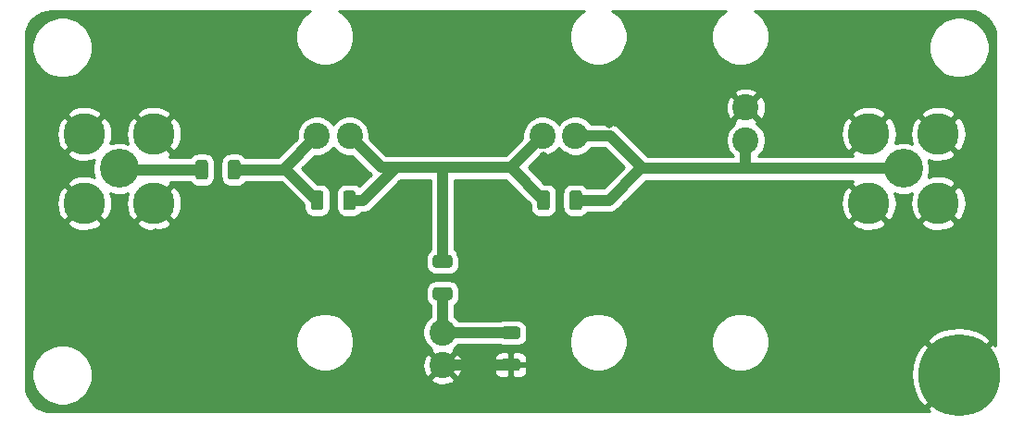
<source format=gbr>
%TF.GenerationSoftware,KiCad,Pcbnew,(5.1.9)-1*%
%TF.CreationDate,2021-06-05T18:29:07-04:00*%
%TF.ProjectId,SMD_Filter,534d445f-4669-46c7-9465-722e6b696361,rev?*%
%TF.SameCoordinates,Original*%
%TF.FileFunction,Copper,L1,Top*%
%TF.FilePolarity,Positive*%
%FSLAX46Y46*%
G04 Gerber Fmt 4.6, Leading zero omitted, Abs format (unit mm)*
G04 Created by KiCad (PCBNEW (5.1.9)-1) date 2021-06-05 18:29:07*
%MOMM*%
%LPD*%
G01*
G04 APERTURE LIST*
%TA.AperFunction,ComponentPad*%
%ADD10C,7.500000*%
%TD*%
%TA.AperFunction,ComponentPad*%
%ADD11C,2.400000*%
%TD*%
%TA.AperFunction,ComponentPad*%
%ADD12C,3.810000*%
%TD*%
%TA.AperFunction,ComponentPad*%
%ADD13C,3.556000*%
%TD*%
%TA.AperFunction,ViaPad*%
%ADD14C,0.800000*%
%TD*%
%TA.AperFunction,Conductor*%
%ADD15C,1.000000*%
%TD*%
%TA.AperFunction,Conductor*%
%ADD16C,0.254000*%
%TD*%
%TA.AperFunction,Conductor*%
%ADD17C,0.100000*%
%TD*%
G04 APERTURE END LIST*
D10*
%TO.P,H1,1*%
%TO.N,GND*%
X186000000Y-105000000D03*
%TD*%
%TO.P,R1,2*%
%TO.N,GND*%
%TA.AperFunction,SMDPad,CuDef*%
G36*
G01*
X144374999Y-103500000D02*
X145625001Y-103500000D01*
G75*
G02*
X145875000Y-103749999I0J-249999D01*
G01*
X145875000Y-104375001D01*
G75*
G02*
X145625001Y-104625000I-249999J0D01*
G01*
X144374999Y-104625000D01*
G75*
G02*
X144125000Y-104375001I0J249999D01*
G01*
X144125000Y-103749999D01*
G75*
G02*
X144374999Y-103500000I249999J0D01*
G01*
G37*
%TD.AperFunction*%
%TO.P,R1,1*%
%TO.N,Net-(C3-Pad1)*%
%TA.AperFunction,SMDPad,CuDef*%
G36*
G01*
X144374999Y-100575000D02*
X145625001Y-100575000D01*
G75*
G02*
X145875000Y-100824999I0J-249999D01*
G01*
X145875000Y-101450001D01*
G75*
G02*
X145625001Y-101700000I-249999J0D01*
G01*
X144374999Y-101700000D01*
G75*
G02*
X144125000Y-101450001I0J249999D01*
G01*
X144125000Y-100824999D01*
G75*
G02*
X144374999Y-100575000I249999J0D01*
G01*
G37*
%TD.AperFunction*%
%TD*%
D11*
%TO.P,L4,2*%
%TO.N,Net-(C4-Pad1)*%
X166500000Y-83500000D03*
%TO.P,L4,1*%
%TO.N,GND*%
X166500000Y-80500000D03*
%TD*%
%TO.P,L3,2*%
%TO.N,Net-(C2-Pad1)*%
X147900000Y-83100000D03*
%TO.P,L3,1*%
%TO.N,Net-(C4-Pad1)*%
X150900000Y-83100000D03*
%TD*%
%TO.P,L2,2*%
%TO.N,Net-(C3-Pad1)*%
X138775000Y-101100000D03*
%TO.P,L2,1*%
%TO.N,GND*%
X138775000Y-104100000D03*
%TD*%
%TO.P,L1,2*%
%TO.N,Net-(C1-Pad1)*%
X127275000Y-83100000D03*
%TO.P,L1,1*%
%TO.N,Net-(C2-Pad1)*%
X130275000Y-83100000D03*
%TD*%
D12*
%TO.P,J2,2*%
%TO.N,GND*%
X184100000Y-89275000D03*
X177750000Y-89275000D03*
X184100000Y-82925000D03*
D13*
%TO.P,J2,1*%
%TO.N,Net-(C4-Pad1)*%
X180925000Y-86100000D03*
D12*
%TO.P,J2,2*%
%TO.N,GND*%
X177750000Y-82925000D03*
%TD*%
%TO.P,J1,2*%
%TO.N,GND*%
X112375000Y-89275000D03*
X106025000Y-89275000D03*
X112375000Y-82925000D03*
D13*
%TO.P,J1,1*%
%TO.N,Net-(C1-Pad2)*%
X109200000Y-86100000D03*
D12*
%TO.P,J1,2*%
%TO.N,GND*%
X106025000Y-82925000D03*
%TD*%
%TO.P,C4,2*%
%TO.N,Net-(C2-Pad1)*%
%TA.AperFunction,SMDPad,CuDef*%
G36*
G01*
X148575000Y-88349999D02*
X148575000Y-89650001D01*
G75*
G02*
X148325001Y-89900000I-249999J0D01*
G01*
X147674999Y-89900000D01*
G75*
G02*
X147425000Y-89650001I0J249999D01*
G01*
X147425000Y-88349999D01*
G75*
G02*
X147674999Y-88100000I249999J0D01*
G01*
X148325001Y-88100000D01*
G75*
G02*
X148575000Y-88349999I0J-249999D01*
G01*
G37*
%TD.AperFunction*%
%TO.P,C4,1*%
%TO.N,Net-(C4-Pad1)*%
%TA.AperFunction,SMDPad,CuDef*%
G36*
G01*
X151525000Y-88349999D02*
X151525000Y-89650001D01*
G75*
G02*
X151275001Y-89900000I-249999J0D01*
G01*
X150624999Y-89900000D01*
G75*
G02*
X150375000Y-89650001I0J249999D01*
G01*
X150375000Y-88349999D01*
G75*
G02*
X150624999Y-88100000I249999J0D01*
G01*
X151275001Y-88100000D01*
G75*
G02*
X151525000Y-88349999I0J-249999D01*
G01*
G37*
%TD.AperFunction*%
%TD*%
%TO.P,C3,2*%
%TO.N,Net-(C2-Pad1)*%
%TA.AperFunction,SMDPad,CuDef*%
G36*
G01*
X139425001Y-95175000D02*
X138124999Y-95175000D01*
G75*
G02*
X137875000Y-94925001I0J249999D01*
G01*
X137875000Y-94274999D01*
G75*
G02*
X138124999Y-94025000I249999J0D01*
G01*
X139425001Y-94025000D01*
G75*
G02*
X139675000Y-94274999I0J-249999D01*
G01*
X139675000Y-94925001D01*
G75*
G02*
X139425001Y-95175000I-249999J0D01*
G01*
G37*
%TD.AperFunction*%
%TO.P,C3,1*%
%TO.N,Net-(C3-Pad1)*%
%TA.AperFunction,SMDPad,CuDef*%
G36*
G01*
X139425001Y-98125000D02*
X138124999Y-98125000D01*
G75*
G02*
X137875000Y-97875001I0J249999D01*
G01*
X137875000Y-97224999D01*
G75*
G02*
X138124999Y-96975000I249999J0D01*
G01*
X139425001Y-96975000D01*
G75*
G02*
X139675000Y-97224999I0J-249999D01*
G01*
X139675000Y-97875001D01*
G75*
G02*
X139425001Y-98125000I-249999J0D01*
G01*
G37*
%TD.AperFunction*%
%TD*%
%TO.P,C2,2*%
%TO.N,Net-(C1-Pad1)*%
%TA.AperFunction,SMDPad,CuDef*%
G36*
G01*
X127875000Y-88349999D02*
X127875000Y-89650001D01*
G75*
G02*
X127625001Y-89900000I-249999J0D01*
G01*
X126974999Y-89900000D01*
G75*
G02*
X126725000Y-89650001I0J249999D01*
G01*
X126725000Y-88349999D01*
G75*
G02*
X126974999Y-88100000I249999J0D01*
G01*
X127625001Y-88100000D01*
G75*
G02*
X127875000Y-88349999I0J-249999D01*
G01*
G37*
%TD.AperFunction*%
%TO.P,C2,1*%
%TO.N,Net-(C2-Pad1)*%
%TA.AperFunction,SMDPad,CuDef*%
G36*
G01*
X130825000Y-88349999D02*
X130825000Y-89650001D01*
G75*
G02*
X130575001Y-89900000I-249999J0D01*
G01*
X129924999Y-89900000D01*
G75*
G02*
X129675000Y-89650001I0J249999D01*
G01*
X129675000Y-88349999D01*
G75*
G02*
X129924999Y-88100000I249999J0D01*
G01*
X130575001Y-88100000D01*
G75*
G02*
X130825000Y-88349999I0J-249999D01*
G01*
G37*
%TD.AperFunction*%
%TD*%
%TO.P,C1,2*%
%TO.N,Net-(C1-Pad2)*%
%TA.AperFunction,SMDPad,CuDef*%
G36*
G01*
X117325000Y-85549999D02*
X117325000Y-86850001D01*
G75*
G02*
X117075001Y-87100000I-249999J0D01*
G01*
X116424999Y-87100000D01*
G75*
G02*
X116175000Y-86850001I0J249999D01*
G01*
X116175000Y-85549999D01*
G75*
G02*
X116424999Y-85300000I249999J0D01*
G01*
X117075001Y-85300000D01*
G75*
G02*
X117325000Y-85549999I0J-249999D01*
G01*
G37*
%TD.AperFunction*%
%TO.P,C1,1*%
%TO.N,Net-(C1-Pad1)*%
%TA.AperFunction,SMDPad,CuDef*%
G36*
G01*
X120275000Y-85549999D02*
X120275000Y-86850001D01*
G75*
G02*
X120025001Y-87100000I-249999J0D01*
G01*
X119374999Y-87100000D01*
G75*
G02*
X119125000Y-86850001I0J249999D01*
G01*
X119125000Y-85549999D01*
G75*
G02*
X119374999Y-85300000I249999J0D01*
G01*
X120025001Y-85300000D01*
G75*
G02*
X120275000Y-85549999I0J-249999D01*
G01*
G37*
%TD.AperFunction*%
%TD*%
D14*
%TO.N,GND*%
X144000000Y-84000000D03*
X144000000Y-83000000D03*
X144000000Y-82000000D03*
X144000000Y-81000000D03*
X144000000Y-80000000D03*
X144000000Y-79000000D03*
X156000000Y-82000000D03*
X156000000Y-79000000D03*
X156000000Y-83000000D03*
X156000000Y-81000000D03*
X156000000Y-80000000D03*
X152000000Y-85000000D03*
X152000000Y-87000000D03*
X152000000Y-86000000D03*
X161000000Y-80000000D03*
X173000000Y-79000000D03*
X173000000Y-80000000D03*
X161000000Y-79000000D03*
X173000000Y-81000000D03*
X161000000Y-81000000D03*
X173000000Y-82000000D03*
X173000000Y-84000000D03*
X173000000Y-83000000D03*
X163000000Y-82000000D03*
X163000000Y-84000000D03*
X163000000Y-83000000D03*
X117000000Y-80000000D03*
X142400000Y-104100000D03*
X121000000Y-80000000D03*
X121000000Y-83000000D03*
X117000000Y-83000000D03*
X128000000Y-80000000D03*
X130000000Y-80000000D03*
X132000000Y-80000000D03*
X132000000Y-81000000D03*
X134000000Y-81000000D03*
X134000000Y-80000000D03*
X134000000Y-79000000D03*
X132000000Y-79000000D03*
X130000000Y-79000000D03*
X128000000Y-79000000D03*
X126000000Y-79000000D03*
X126000000Y-80000000D03*
X126000000Y-81000000D03*
X127000000Y-86000000D03*
X129000000Y-86000000D03*
X131000000Y-86000000D03*
X129000000Y-85000000D03*
X134000000Y-84000000D03*
X134000000Y-83000000D03*
X134000000Y-82000000D03*
X152000000Y-79000000D03*
X150000000Y-80000000D03*
X146000000Y-82000000D03*
X152000000Y-81000000D03*
X154000000Y-80000000D03*
X148000000Y-79000000D03*
X146000000Y-80000000D03*
X154000000Y-82000000D03*
X152000000Y-80000000D03*
X154000000Y-81000000D03*
X146000000Y-81000000D03*
X150000000Y-79000000D03*
X146000000Y-79000000D03*
X154000000Y-79000000D03*
X148000000Y-80000000D03*
X150000000Y-85000000D03*
X150000000Y-86000000D03*
X150000000Y-87000000D03*
X148000000Y-87000000D03*
X148000000Y-85000000D03*
X148000000Y-86000000D03*
X163000000Y-80000000D03*
X171000000Y-80000000D03*
X171000000Y-79000000D03*
X169000000Y-79000000D03*
X163000000Y-79000000D03*
X171000000Y-81000000D03*
X163000000Y-81000000D03*
X171000000Y-83000000D03*
X171000000Y-82000000D03*
X171000000Y-84000000D03*
X161000000Y-82000000D03*
X161000000Y-83000000D03*
X161000000Y-84000000D03*
X124000000Y-84000000D03*
X124000000Y-80000000D03*
X124000000Y-83000000D03*
X124000000Y-82000000D03*
X124000000Y-81000000D03*
X124000000Y-79000000D03*
X144000000Y-77500000D03*
X156000000Y-77500000D03*
X152000000Y-77500000D03*
X154000000Y-77500000D03*
X148000000Y-77500000D03*
X150000000Y-77500000D03*
X146000000Y-77500000D03*
X154000000Y-92000000D03*
X146000000Y-92000000D03*
X156000000Y-92000000D03*
X150000000Y-92000000D03*
X148000000Y-92000000D03*
X152000000Y-92000000D03*
X144000000Y-92000000D03*
X148000000Y-94000000D03*
X150000000Y-94000000D03*
X154000000Y-94000000D03*
X156000000Y-94000000D03*
X144000000Y-94000000D03*
X146000000Y-94000000D03*
X152000000Y-94000000D03*
X150000000Y-96500000D03*
X146000000Y-96500000D03*
X148000000Y-96500000D03*
X154000000Y-96500000D03*
X156000000Y-96500000D03*
X144000000Y-96500000D03*
X152000000Y-96500000D03*
X164500000Y-94000000D03*
X160500000Y-94000000D03*
X158500000Y-96500000D03*
X162500000Y-92000000D03*
X164500000Y-96500000D03*
X168500000Y-96500000D03*
X164500000Y-92000000D03*
X162500000Y-94000000D03*
X160500000Y-96500000D03*
X168500000Y-94000000D03*
X168500000Y-92000000D03*
X170500000Y-92000000D03*
X170500000Y-94000000D03*
X162500000Y-96500000D03*
X158500000Y-94000000D03*
X158500000Y-92000000D03*
X160500000Y-92000000D03*
X166500000Y-94000000D03*
X166500000Y-96500000D03*
X170500000Y-96500000D03*
X166500000Y-92000000D03*
X173000000Y-92000000D03*
X173000000Y-96500000D03*
X179000000Y-92000000D03*
X183000000Y-94000000D03*
X181000000Y-96500000D03*
X183000000Y-96500000D03*
X177000000Y-94000000D03*
X175000000Y-96500000D03*
X175000000Y-92000000D03*
X181000000Y-94000000D03*
X177000000Y-92000000D03*
X179000000Y-94000000D03*
X185000000Y-94000000D03*
X183000000Y-92000000D03*
X177000000Y-96500000D03*
X173000000Y-94000000D03*
X179000000Y-96500000D03*
X185000000Y-92000000D03*
X185000000Y-96500000D03*
X175000000Y-94000000D03*
X181000000Y-92000000D03*
X128500000Y-94000000D03*
X128500000Y-92000000D03*
X134500000Y-92000000D03*
X126500000Y-94000000D03*
X134500000Y-96500000D03*
X126500000Y-92000000D03*
X132500000Y-94000000D03*
X130500000Y-92000000D03*
X136500000Y-92000000D03*
X136500000Y-94000000D03*
X134500000Y-94000000D03*
X124500000Y-94000000D03*
X124500000Y-92000000D03*
X124500000Y-96500000D03*
X130500000Y-94000000D03*
X130500000Y-96500000D03*
X126500000Y-96500000D03*
X128500000Y-96500000D03*
X132500000Y-92000000D03*
X132500000Y-96500000D03*
X136500000Y-96500000D03*
X112500000Y-94000000D03*
X122500000Y-92000000D03*
X110500000Y-92000000D03*
X114500000Y-94000000D03*
X120500000Y-94000000D03*
X116500000Y-94000000D03*
X118500000Y-92000000D03*
X114500000Y-96500000D03*
X118500000Y-96500000D03*
X122500000Y-96500000D03*
X112500000Y-96500000D03*
X120500000Y-96500000D03*
X122500000Y-94000000D03*
X112500000Y-92000000D03*
X110500000Y-94000000D03*
X118500000Y-94000000D03*
X120500000Y-92000000D03*
X116500000Y-92000000D03*
X110500000Y-96500000D03*
X114500000Y-92000000D03*
X116500000Y-96500000D03*
X136500000Y-100500000D03*
X132000000Y-104500000D03*
X134000000Y-100500000D03*
X132000000Y-100500000D03*
X134000000Y-104500000D03*
X134000000Y-102500000D03*
X136500000Y-102500000D03*
X132000000Y-102500000D03*
X136500000Y-104500000D03*
X157000000Y-104500000D03*
X157000000Y-100500000D03*
X161500000Y-102500000D03*
X157000000Y-102500000D03*
X161500000Y-100500000D03*
X159000000Y-100500000D03*
X161500000Y-104500000D03*
X159000000Y-104500000D03*
X159000000Y-102500000D03*
X150000000Y-104500000D03*
X147500000Y-100500000D03*
X150000000Y-102500000D03*
X150000000Y-100500000D03*
X147500000Y-104500000D03*
X147500000Y-102500000D03*
X133000000Y-90000000D03*
X135000000Y-87500000D03*
X137000000Y-90000000D03*
X135000000Y-90000000D03*
X140500000Y-87500000D03*
X140500000Y-90000000D03*
X142500000Y-90000000D03*
X146000000Y-90000000D03*
X144000000Y-87500000D03*
X144000000Y-90000000D03*
X142500000Y-87500000D03*
X142500000Y-94000000D03*
X140500000Y-96500000D03*
X142500000Y-96500000D03*
X140500000Y-94000000D03*
X140500000Y-92000000D03*
X142500000Y-92000000D03*
X142500000Y-81000000D03*
X140500000Y-83500000D03*
X140500000Y-81000000D03*
X142500000Y-83500000D03*
X142500000Y-79000000D03*
X140500000Y-79000000D03*
X136500000Y-81000000D03*
X136500000Y-83500000D03*
X136500000Y-79000000D03*
X138500000Y-79000000D03*
X138500000Y-81000000D03*
X138500000Y-83500000D03*
X163000000Y-88000000D03*
X167000000Y-90000000D03*
X161000000Y-90000000D03*
X159000000Y-88000000D03*
X165000000Y-90000000D03*
X161000000Y-88000000D03*
X163000000Y-90000000D03*
X169000000Y-90000000D03*
X167000000Y-88000000D03*
X169000000Y-88000000D03*
X159000000Y-90000000D03*
X165000000Y-88000000D03*
X106000000Y-93000000D03*
X106000000Y-95000000D03*
X104000000Y-95000000D03*
X108000000Y-95000000D03*
X104000000Y-93000000D03*
X104000000Y-97500000D03*
X108000000Y-97500000D03*
X108000000Y-93000000D03*
X106000000Y-97500000D03*
X117000000Y-75000000D03*
X115000000Y-73000000D03*
X119000000Y-75000000D03*
X119000000Y-77500000D03*
X117000000Y-77500000D03*
X117000000Y-73000000D03*
X115000000Y-75000000D03*
X115000000Y-77500000D03*
X119000000Y-73000000D03*
X113000000Y-77500000D03*
X109000000Y-73000000D03*
X113000000Y-75000000D03*
X113000000Y-73000000D03*
X109000000Y-75000000D03*
X111000000Y-75000000D03*
X111000000Y-77500000D03*
X111000000Y-73000000D03*
X109000000Y-77500000D03*
X140000000Y-77000000D03*
X136000000Y-72500000D03*
X140000000Y-72500000D03*
X138000000Y-72500000D03*
X134000000Y-72500000D03*
X138000000Y-74500000D03*
X138000000Y-77000000D03*
X136000000Y-74500000D03*
X142000000Y-72500000D03*
X132000000Y-74500000D03*
X140000000Y-74500000D03*
X132000000Y-77000000D03*
X142000000Y-77000000D03*
X132000000Y-72500000D03*
X134000000Y-74500000D03*
X134000000Y-77000000D03*
X142000000Y-74500000D03*
X136000000Y-77000000D03*
X172000000Y-77000000D03*
X182000000Y-77000000D03*
X172000000Y-72500000D03*
X174000000Y-77000000D03*
X182000000Y-74500000D03*
X180000000Y-74500000D03*
X176000000Y-77000000D03*
X178000000Y-74500000D03*
X182000000Y-72500000D03*
X178000000Y-72500000D03*
X180000000Y-77000000D03*
X172000000Y-74500000D03*
X174000000Y-72500000D03*
X176000000Y-72500000D03*
X178000000Y-77000000D03*
X180000000Y-72500000D03*
X176000000Y-74500000D03*
X174000000Y-74500000D03*
%TD*%
D15*
%TO.N,Net-(C1-Pad2)*%
X109300000Y-86200000D02*
X109200000Y-86100000D01*
X116750000Y-86200000D02*
X109300000Y-86200000D01*
%TO.N,Net-(C1-Pad1)*%
X124175000Y-86200000D02*
X127275000Y-83100000D01*
X119700000Y-86200000D02*
X124175000Y-86200000D01*
X124500000Y-86200000D02*
X127300000Y-89000000D01*
X124175000Y-86200000D02*
X124500000Y-86200000D01*
%TO.N,Net-(C2-Pad1)*%
X145000000Y-86000000D02*
X147900000Y-83100000D01*
X131500000Y-89000000D02*
X134500000Y-86000000D01*
X130250000Y-89000000D02*
X131500000Y-89000000D01*
X145000000Y-86000000D02*
X148000000Y-89000000D01*
X138775000Y-86225000D02*
X139000000Y-86000000D01*
X138775000Y-94600000D02*
X138775000Y-86225000D01*
X139000000Y-86000000D02*
X145000000Y-86000000D01*
X134500000Y-86000000D02*
X139000000Y-86000000D01*
X133175000Y-86000000D02*
X130275000Y-83100000D01*
X134500000Y-86000000D02*
X133175000Y-86000000D01*
%TO.N,Net-(C3-Pad1)*%
X138775000Y-97550000D02*
X138775000Y-101100000D01*
X138812500Y-101137500D02*
X138775000Y-101100000D01*
X145000000Y-101137500D02*
X138812500Y-101137500D01*
%TO.N,Net-(C4-Pad1)*%
X154000000Y-89000000D02*
X150950000Y-89000000D01*
X154100000Y-83100000D02*
X157000000Y-86000000D01*
X150900000Y-83100000D02*
X154100000Y-83100000D01*
X180925000Y-85000000D02*
X179925000Y-86000000D01*
X156900000Y-86100000D02*
X156750000Y-86250000D01*
X156750000Y-86250000D02*
X154000000Y-89000000D01*
X157000000Y-86000000D02*
X156750000Y-86250000D01*
X166500000Y-86000000D02*
X166600000Y-86100000D01*
X166500000Y-83500000D02*
X166500000Y-86000000D01*
X166600000Y-86100000D02*
X156900000Y-86100000D01*
X180925000Y-86100000D02*
X166600000Y-86100000D01*
%TO.N,GND*%
X142437500Y-104062500D02*
X142400000Y-104100000D01*
X145000000Y-104062500D02*
X142437500Y-104062500D01*
X138775000Y-104100000D02*
X142400000Y-104100000D01*
%TD*%
D16*
%TO.N,GND*%
X126299826Y-71928332D02*
X125928332Y-72299826D01*
X125636451Y-72736657D01*
X125435400Y-73222037D01*
X125332905Y-73737314D01*
X125332905Y-74262686D01*
X125435400Y-74777963D01*
X125636451Y-75263343D01*
X125928332Y-75700174D01*
X126299826Y-76071668D01*
X126736657Y-76363549D01*
X127222037Y-76564600D01*
X127737314Y-76667095D01*
X128262686Y-76667095D01*
X128777963Y-76564600D01*
X129263343Y-76363549D01*
X129700174Y-76071668D01*
X130071668Y-75700174D01*
X130363549Y-75263343D01*
X130564600Y-74777963D01*
X130667095Y-74262686D01*
X130667095Y-73737314D01*
X130564600Y-73222037D01*
X130363549Y-72736657D01*
X130071668Y-72299826D01*
X129700174Y-71928332D01*
X129298587Y-71660000D01*
X151701413Y-71660000D01*
X151299826Y-71928332D01*
X150928332Y-72299826D01*
X150636451Y-72736657D01*
X150435400Y-73222037D01*
X150332905Y-73737314D01*
X150332905Y-74262686D01*
X150435400Y-74777963D01*
X150636451Y-75263343D01*
X150928332Y-75700174D01*
X151299826Y-76071668D01*
X151736657Y-76363549D01*
X152222037Y-76564600D01*
X152737314Y-76667095D01*
X153262686Y-76667095D01*
X153777963Y-76564600D01*
X154263343Y-76363549D01*
X154700174Y-76071668D01*
X155071668Y-75700174D01*
X155363549Y-75263343D01*
X155564600Y-74777963D01*
X155667095Y-74262686D01*
X155667095Y-73737314D01*
X155564600Y-73222037D01*
X155363549Y-72736657D01*
X155071668Y-72299826D01*
X154700174Y-71928332D01*
X154298587Y-71660000D01*
X164701413Y-71660000D01*
X164299826Y-71928332D01*
X163928332Y-72299826D01*
X163636451Y-72736657D01*
X163435400Y-73222037D01*
X163332905Y-73737314D01*
X163332905Y-74262686D01*
X163435400Y-74777963D01*
X163636451Y-75263343D01*
X163928332Y-75700174D01*
X164299826Y-76071668D01*
X164736657Y-76363549D01*
X165222037Y-76564600D01*
X165737314Y-76667095D01*
X166262686Y-76667095D01*
X166777963Y-76564600D01*
X167263343Y-76363549D01*
X167700174Y-76071668D01*
X168071668Y-75700174D01*
X168363549Y-75263343D01*
X168564600Y-74777963D01*
X168574995Y-74725701D01*
X183215000Y-74725701D01*
X183215000Y-75274299D01*
X183322026Y-75812354D01*
X183531965Y-76319192D01*
X183836750Y-76775334D01*
X184224666Y-77163250D01*
X184680808Y-77468035D01*
X185187646Y-77677974D01*
X185725701Y-77785000D01*
X186274299Y-77785000D01*
X186812354Y-77677974D01*
X187319192Y-77468035D01*
X187775334Y-77163250D01*
X188163250Y-76775334D01*
X188468035Y-76319192D01*
X188677974Y-75812354D01*
X188785000Y-75274299D01*
X188785000Y-74725701D01*
X188677974Y-74187646D01*
X188468035Y-73680808D01*
X188163250Y-73224666D01*
X187775334Y-72836750D01*
X187319192Y-72531965D01*
X186812354Y-72322026D01*
X186274299Y-72215000D01*
X185725701Y-72215000D01*
X185187646Y-72322026D01*
X184680808Y-72531965D01*
X184224666Y-72836750D01*
X183836750Y-73224666D01*
X183531965Y-73680808D01*
X183322026Y-74187646D01*
X183215000Y-74725701D01*
X168574995Y-74725701D01*
X168667095Y-74262686D01*
X168667095Y-73737314D01*
X168564600Y-73222037D01*
X168363549Y-72736657D01*
X168071668Y-72299826D01*
X167700174Y-71928332D01*
X167298587Y-71660000D01*
X186967721Y-71660000D01*
X187453893Y-71707670D01*
X187890498Y-71839489D01*
X188293185Y-72053600D01*
X188646612Y-72341848D01*
X188937327Y-72693261D01*
X189154242Y-73094439D01*
X189289106Y-73530113D01*
X189340001Y-74014353D01*
X189340000Y-102281409D01*
X189091872Y-102087733D01*
X186179605Y-105000000D01*
X186193748Y-105014143D01*
X186014143Y-105193748D01*
X186000000Y-105179605D01*
X183087733Y-108091872D01*
X183281409Y-108340000D01*
X103032279Y-108340000D01*
X102546106Y-108292330D01*
X102109503Y-108160512D01*
X101706814Y-107946399D01*
X101353387Y-107658150D01*
X101062673Y-107306739D01*
X100845760Y-106905564D01*
X100710894Y-106469886D01*
X100660000Y-105985664D01*
X100660000Y-104725701D01*
X101215000Y-104725701D01*
X101215000Y-105274299D01*
X101322026Y-105812354D01*
X101531965Y-106319192D01*
X101836750Y-106775334D01*
X102224666Y-107163250D01*
X102680808Y-107468035D01*
X103187646Y-107677974D01*
X103725701Y-107785000D01*
X104274299Y-107785000D01*
X104812354Y-107677974D01*
X105319192Y-107468035D01*
X105775334Y-107163250D01*
X106163250Y-106775334D01*
X106468035Y-106319192D01*
X106677974Y-105812354D01*
X106764376Y-105377980D01*
X137676626Y-105377980D01*
X137796514Y-105662836D01*
X138120210Y-105823699D01*
X138469069Y-105918322D01*
X138829684Y-105943067D01*
X139188198Y-105896985D01*
X139530833Y-105781846D01*
X139753486Y-105662836D01*
X139873374Y-105377980D01*
X138775000Y-104279605D01*
X137676626Y-105377980D01*
X106764376Y-105377980D01*
X106785000Y-105274299D01*
X106785000Y-104725701D01*
X106677974Y-104187646D01*
X106468035Y-103680808D01*
X106163250Y-103224666D01*
X105775334Y-102836750D01*
X105319192Y-102531965D01*
X104812354Y-102322026D01*
X104274299Y-102215000D01*
X103725701Y-102215000D01*
X103187646Y-102322026D01*
X102680808Y-102531965D01*
X102224666Y-102836750D01*
X101836750Y-103224666D01*
X101531965Y-103680808D01*
X101322026Y-104187646D01*
X101215000Y-104725701D01*
X100660000Y-104725701D01*
X100660000Y-101737314D01*
X125332905Y-101737314D01*
X125332905Y-102262686D01*
X125435400Y-102777963D01*
X125636451Y-103263343D01*
X125928332Y-103700174D01*
X126299826Y-104071668D01*
X126736657Y-104363549D01*
X127222037Y-104564600D01*
X127737314Y-104667095D01*
X128262686Y-104667095D01*
X128777963Y-104564600D01*
X129263343Y-104363549D01*
X129575931Y-104154684D01*
X136931933Y-104154684D01*
X136978015Y-104513198D01*
X137093154Y-104855833D01*
X137212164Y-105078486D01*
X137497020Y-105198374D01*
X138595395Y-104100000D01*
X138954605Y-104100000D01*
X140052980Y-105198374D01*
X140337836Y-105078486D01*
X140498699Y-104754790D01*
X140533902Y-104625000D01*
X143486928Y-104625000D01*
X143499188Y-104749482D01*
X143535498Y-104869180D01*
X143594463Y-104979494D01*
X143673815Y-105076185D01*
X143770506Y-105155537D01*
X143880820Y-105214502D01*
X144000518Y-105250812D01*
X144125000Y-105263072D01*
X144714250Y-105260000D01*
X144873000Y-105101250D01*
X144873000Y-104189500D01*
X145127000Y-104189500D01*
X145127000Y-105101250D01*
X145285750Y-105260000D01*
X145875000Y-105263072D01*
X145999482Y-105250812D01*
X146119180Y-105214502D01*
X146229494Y-105155537D01*
X146326185Y-105076185D01*
X146405537Y-104979494D01*
X146419171Y-104953986D01*
X181594024Y-104953986D01*
X181669707Y-105814434D01*
X181911801Y-106643583D01*
X182311001Y-107409570D01*
X182362128Y-107486088D01*
X182908128Y-107912267D01*
X185820395Y-105000000D01*
X182908128Y-102087733D01*
X182362128Y-102513912D01*
X181947017Y-103271395D01*
X181687661Y-104095307D01*
X181594024Y-104953986D01*
X146419171Y-104953986D01*
X146464502Y-104869180D01*
X146500812Y-104749482D01*
X146513072Y-104625000D01*
X146510000Y-104348250D01*
X146351250Y-104189500D01*
X145127000Y-104189500D01*
X144873000Y-104189500D01*
X143648750Y-104189500D01*
X143490000Y-104348250D01*
X143486928Y-104625000D01*
X140533902Y-104625000D01*
X140593322Y-104405931D01*
X140618067Y-104045316D01*
X140571985Y-103686802D01*
X140509213Y-103500000D01*
X143486928Y-103500000D01*
X143490000Y-103776750D01*
X143648750Y-103935500D01*
X144873000Y-103935500D01*
X144873000Y-103023750D01*
X145127000Y-103023750D01*
X145127000Y-103935500D01*
X146351250Y-103935500D01*
X146510000Y-103776750D01*
X146513072Y-103500000D01*
X146500812Y-103375518D01*
X146464502Y-103255820D01*
X146405537Y-103145506D01*
X146326185Y-103048815D01*
X146229494Y-102969463D01*
X146119180Y-102910498D01*
X145999482Y-102874188D01*
X145875000Y-102861928D01*
X145285750Y-102865000D01*
X145127000Y-103023750D01*
X144873000Y-103023750D01*
X144714250Y-102865000D01*
X144125000Y-102861928D01*
X144000518Y-102874188D01*
X143880820Y-102910498D01*
X143770506Y-102969463D01*
X143673815Y-103048815D01*
X143594463Y-103145506D01*
X143535498Y-103255820D01*
X143499188Y-103375518D01*
X143486928Y-103500000D01*
X140509213Y-103500000D01*
X140456846Y-103344167D01*
X140337836Y-103121514D01*
X140052980Y-103001626D01*
X138954605Y-104100000D01*
X138595395Y-104100000D01*
X137497020Y-103001626D01*
X137212164Y-103121514D01*
X137051301Y-103445210D01*
X136956678Y-103794069D01*
X136931933Y-104154684D01*
X129575931Y-104154684D01*
X129700174Y-104071668D01*
X130071668Y-103700174D01*
X130363549Y-103263343D01*
X130564600Y-102777963D01*
X130667095Y-102262686D01*
X130667095Y-101737314D01*
X130564600Y-101222037D01*
X130439189Y-100919268D01*
X136940000Y-100919268D01*
X136940000Y-101280732D01*
X137010518Y-101635250D01*
X137148844Y-101969199D01*
X137349662Y-102269744D01*
X137605256Y-102525338D01*
X137758419Y-102627678D01*
X137676626Y-102822020D01*
X138775000Y-103920395D01*
X139873374Y-102822020D01*
X139791581Y-102627678D01*
X139944744Y-102525338D01*
X140197582Y-102272500D01*
X144041834Y-102272500D01*
X144201745Y-102321008D01*
X144374999Y-102338072D01*
X145625001Y-102338072D01*
X145798255Y-102321008D01*
X145964851Y-102270472D01*
X146118387Y-102188405D01*
X146252962Y-102077962D01*
X146363405Y-101943387D01*
X146445472Y-101789851D01*
X146461408Y-101737314D01*
X150332905Y-101737314D01*
X150332905Y-102262686D01*
X150435400Y-102777963D01*
X150636451Y-103263343D01*
X150928332Y-103700174D01*
X151299826Y-104071668D01*
X151736657Y-104363549D01*
X152222037Y-104564600D01*
X152737314Y-104667095D01*
X153262686Y-104667095D01*
X153777963Y-104564600D01*
X154263343Y-104363549D01*
X154700174Y-104071668D01*
X155071668Y-103700174D01*
X155363549Y-103263343D01*
X155564600Y-102777963D01*
X155667095Y-102262686D01*
X155667095Y-101737314D01*
X163332905Y-101737314D01*
X163332905Y-102262686D01*
X163435400Y-102777963D01*
X163636451Y-103263343D01*
X163928332Y-103700174D01*
X164299826Y-104071668D01*
X164736657Y-104363549D01*
X165222037Y-104564600D01*
X165737314Y-104667095D01*
X166262686Y-104667095D01*
X166777963Y-104564600D01*
X167263343Y-104363549D01*
X167700174Y-104071668D01*
X168071668Y-103700174D01*
X168363549Y-103263343D01*
X168564600Y-102777963D01*
X168667095Y-102262686D01*
X168667095Y-101908128D01*
X183087733Y-101908128D01*
X186000000Y-104820395D01*
X188912267Y-101908128D01*
X188486088Y-101362128D01*
X187728605Y-100947017D01*
X186904693Y-100687661D01*
X186046014Y-100594024D01*
X185185566Y-100669707D01*
X184356417Y-100911801D01*
X183590430Y-101311001D01*
X183513912Y-101362128D01*
X183087733Y-101908128D01*
X168667095Y-101908128D01*
X168667095Y-101737314D01*
X168564600Y-101222037D01*
X168363549Y-100736657D01*
X168071668Y-100299826D01*
X167700174Y-99928332D01*
X167263343Y-99636451D01*
X166777963Y-99435400D01*
X166262686Y-99332905D01*
X165737314Y-99332905D01*
X165222037Y-99435400D01*
X164736657Y-99636451D01*
X164299826Y-99928332D01*
X163928332Y-100299826D01*
X163636451Y-100736657D01*
X163435400Y-101222037D01*
X163332905Y-101737314D01*
X155667095Y-101737314D01*
X155564600Y-101222037D01*
X155363549Y-100736657D01*
X155071668Y-100299826D01*
X154700174Y-99928332D01*
X154263343Y-99636451D01*
X153777963Y-99435400D01*
X153262686Y-99332905D01*
X152737314Y-99332905D01*
X152222037Y-99435400D01*
X151736657Y-99636451D01*
X151299826Y-99928332D01*
X150928332Y-100299826D01*
X150636451Y-100736657D01*
X150435400Y-101222037D01*
X150332905Y-101737314D01*
X146461408Y-101737314D01*
X146496008Y-101623255D01*
X146513072Y-101450001D01*
X146513072Y-100824999D01*
X146496008Y-100651745D01*
X146445472Y-100485149D01*
X146363405Y-100331613D01*
X146252962Y-100197038D01*
X146118387Y-100086595D01*
X145964851Y-100004528D01*
X145798255Y-99953992D01*
X145625001Y-99936928D01*
X144374999Y-99936928D01*
X144201745Y-99953992D01*
X144041834Y-100002500D01*
X140248610Y-100002500D01*
X140200338Y-99930256D01*
X139944744Y-99674662D01*
X139910000Y-99651447D01*
X139910000Y-98617888D01*
X139918387Y-98613405D01*
X140052962Y-98502962D01*
X140163405Y-98368387D01*
X140245472Y-98214851D01*
X140296008Y-98048255D01*
X140313072Y-97875001D01*
X140313072Y-97224999D01*
X140296008Y-97051745D01*
X140245472Y-96885149D01*
X140163405Y-96731613D01*
X140052962Y-96597038D01*
X139918387Y-96486595D01*
X139764851Y-96404528D01*
X139598255Y-96353992D01*
X139425001Y-96336928D01*
X138124999Y-96336928D01*
X137951745Y-96353992D01*
X137785149Y-96404528D01*
X137631613Y-96486595D01*
X137497038Y-96597038D01*
X137386595Y-96731613D01*
X137304528Y-96885149D01*
X137253992Y-97051745D01*
X137236928Y-97224999D01*
X137236928Y-97875001D01*
X137253992Y-98048255D01*
X137304528Y-98214851D01*
X137386595Y-98368387D01*
X137497038Y-98502962D01*
X137631613Y-98613405D01*
X137640000Y-98617888D01*
X137640001Y-99651446D01*
X137605256Y-99674662D01*
X137349662Y-99930256D01*
X137148844Y-100230801D01*
X137010518Y-100564750D01*
X136940000Y-100919268D01*
X130439189Y-100919268D01*
X130363549Y-100736657D01*
X130071668Y-100299826D01*
X129700174Y-99928332D01*
X129263343Y-99636451D01*
X128777963Y-99435400D01*
X128262686Y-99332905D01*
X127737314Y-99332905D01*
X127222037Y-99435400D01*
X126736657Y-99636451D01*
X126299826Y-99928332D01*
X125928332Y-100299826D01*
X125636451Y-100736657D01*
X125435400Y-101222037D01*
X125332905Y-101737314D01*
X100660000Y-101737314D01*
X100660000Y-91054907D01*
X104424699Y-91054907D01*
X104629405Y-91411937D01*
X105073117Y-91643143D01*
X105553409Y-91783343D01*
X106051823Y-91827149D01*
X106549208Y-91772877D01*
X107026447Y-91622613D01*
X107420595Y-91411937D01*
X107625301Y-91054907D01*
X110774699Y-91054907D01*
X110979405Y-91411937D01*
X111423117Y-91643143D01*
X111903409Y-91783343D01*
X112401823Y-91827149D01*
X112899208Y-91772877D01*
X113376447Y-91622613D01*
X113770595Y-91411937D01*
X113975301Y-91054907D01*
X112375000Y-89454605D01*
X110774699Y-91054907D01*
X107625301Y-91054907D01*
X106025000Y-89454605D01*
X104424699Y-91054907D01*
X100660000Y-91054907D01*
X100660000Y-89301823D01*
X103472851Y-89301823D01*
X103527123Y-89799208D01*
X103677387Y-90276447D01*
X103888063Y-90670595D01*
X104245093Y-90875301D01*
X105845395Y-89275000D01*
X104245093Y-87674699D01*
X103888063Y-87879405D01*
X103656857Y-88323117D01*
X103516657Y-88803409D01*
X103472851Y-89301823D01*
X100660000Y-89301823D01*
X100660000Y-84704907D01*
X104424699Y-84704907D01*
X104629405Y-85061937D01*
X105073117Y-85293143D01*
X105553409Y-85433343D01*
X106051823Y-85477149D01*
X106549208Y-85422877D01*
X106916574Y-85307208D01*
X106879731Y-85396154D01*
X106787000Y-85862340D01*
X106787000Y-86337660D01*
X106879731Y-86803846D01*
X106914906Y-86888766D01*
X106496591Y-86766657D01*
X105998177Y-86722851D01*
X105500792Y-86777123D01*
X105023553Y-86927387D01*
X104629405Y-87138063D01*
X104424699Y-87495093D01*
X106025000Y-89095395D01*
X106039143Y-89081253D01*
X106218748Y-89260858D01*
X106204605Y-89275000D01*
X107804907Y-90875301D01*
X108161937Y-90670595D01*
X108393143Y-90226883D01*
X108533343Y-89746591D01*
X108577149Y-89248177D01*
X108522877Y-88750792D01*
X108407208Y-88383426D01*
X108496154Y-88420269D01*
X108962340Y-88513000D01*
X109437660Y-88513000D01*
X109903846Y-88420269D01*
X109988766Y-88385094D01*
X109866657Y-88803409D01*
X109822851Y-89301823D01*
X109877123Y-89799208D01*
X110027387Y-90276447D01*
X110238063Y-90670595D01*
X110595093Y-90875301D01*
X112195395Y-89275000D01*
X112554605Y-89275000D01*
X114154907Y-90875301D01*
X114511937Y-90670595D01*
X114743143Y-90226883D01*
X114883343Y-89746591D01*
X114927149Y-89248177D01*
X114872877Y-88750792D01*
X114722613Y-88273553D01*
X114511937Y-87879405D01*
X114154907Y-87674699D01*
X112554605Y-89275000D01*
X112195395Y-89275000D01*
X112181253Y-89260858D01*
X112360858Y-89081253D01*
X112375000Y-89095395D01*
X113975301Y-87495093D01*
X113883510Y-87335000D01*
X115682112Y-87335000D01*
X115686595Y-87343387D01*
X115797038Y-87477962D01*
X115931613Y-87588405D01*
X116085149Y-87670472D01*
X116251745Y-87721008D01*
X116424999Y-87738072D01*
X117075001Y-87738072D01*
X117248255Y-87721008D01*
X117414851Y-87670472D01*
X117568387Y-87588405D01*
X117702962Y-87477962D01*
X117813405Y-87343387D01*
X117895472Y-87189851D01*
X117946008Y-87023255D01*
X117963072Y-86850001D01*
X117963072Y-85549999D01*
X118486928Y-85549999D01*
X118486928Y-86850001D01*
X118503992Y-87023255D01*
X118554528Y-87189851D01*
X118636595Y-87343387D01*
X118747038Y-87477962D01*
X118881613Y-87588405D01*
X119035149Y-87670472D01*
X119201745Y-87721008D01*
X119374999Y-87738072D01*
X120025001Y-87738072D01*
X120198255Y-87721008D01*
X120364851Y-87670472D01*
X120518387Y-87588405D01*
X120652962Y-87477962D01*
X120763405Y-87343387D01*
X120767888Y-87335000D01*
X124029869Y-87335000D01*
X126086928Y-89392060D01*
X126086928Y-89650001D01*
X126103992Y-89823255D01*
X126154528Y-89989851D01*
X126236595Y-90143387D01*
X126347038Y-90277962D01*
X126481613Y-90388405D01*
X126635149Y-90470472D01*
X126801745Y-90521008D01*
X126974999Y-90538072D01*
X127625001Y-90538072D01*
X127798255Y-90521008D01*
X127964851Y-90470472D01*
X128118387Y-90388405D01*
X128252962Y-90277962D01*
X128363405Y-90143387D01*
X128445472Y-89989851D01*
X128496008Y-89823255D01*
X128513072Y-89650001D01*
X128513072Y-88349999D01*
X128496008Y-88176745D01*
X128445472Y-88010149D01*
X128363405Y-87856613D01*
X128252962Y-87722038D01*
X128118387Y-87611595D01*
X127964851Y-87529528D01*
X127798255Y-87478992D01*
X127625001Y-87461928D01*
X127367060Y-87461928D01*
X125942631Y-86037500D01*
X127053284Y-84926848D01*
X127094268Y-84935000D01*
X127455732Y-84935000D01*
X127810250Y-84864482D01*
X128144199Y-84726156D01*
X128444744Y-84525338D01*
X128700338Y-84269744D01*
X128775000Y-84158005D01*
X128849662Y-84269744D01*
X129105256Y-84525338D01*
X129405801Y-84726156D01*
X129739750Y-84864482D01*
X130094268Y-84935000D01*
X130455732Y-84935000D01*
X130496716Y-84926848D01*
X132232368Y-86662500D01*
X131186412Y-87708456D01*
X131068387Y-87611595D01*
X130914851Y-87529528D01*
X130748255Y-87478992D01*
X130575001Y-87461928D01*
X129924999Y-87461928D01*
X129751745Y-87478992D01*
X129585149Y-87529528D01*
X129431613Y-87611595D01*
X129297038Y-87722038D01*
X129186595Y-87856613D01*
X129104528Y-88010149D01*
X129053992Y-88176745D01*
X129036928Y-88349999D01*
X129036928Y-89650001D01*
X129053992Y-89823255D01*
X129104528Y-89989851D01*
X129186595Y-90143387D01*
X129297038Y-90277962D01*
X129431613Y-90388405D01*
X129585149Y-90470472D01*
X129751745Y-90521008D01*
X129924999Y-90538072D01*
X130575001Y-90538072D01*
X130748255Y-90521008D01*
X130914851Y-90470472D01*
X131068387Y-90388405D01*
X131202962Y-90277962D01*
X131313405Y-90143387D01*
X131317888Y-90135000D01*
X131444249Y-90135000D01*
X131500000Y-90140491D01*
X131555751Y-90135000D01*
X131555752Y-90135000D01*
X131722499Y-90118577D01*
X131936447Y-90053676D01*
X132133623Y-89948284D01*
X132306449Y-89806449D01*
X132341996Y-89763135D01*
X134970133Y-87135000D01*
X137640001Y-87135000D01*
X137640000Y-93532112D01*
X137631613Y-93536595D01*
X137497038Y-93647038D01*
X137386595Y-93781613D01*
X137304528Y-93935149D01*
X137253992Y-94101745D01*
X137236928Y-94274999D01*
X137236928Y-94925001D01*
X137253992Y-95098255D01*
X137304528Y-95264851D01*
X137386595Y-95418387D01*
X137497038Y-95552962D01*
X137631613Y-95663405D01*
X137785149Y-95745472D01*
X137951745Y-95796008D01*
X138124999Y-95813072D01*
X139425001Y-95813072D01*
X139598255Y-95796008D01*
X139764851Y-95745472D01*
X139918387Y-95663405D01*
X140052962Y-95552962D01*
X140163405Y-95418387D01*
X140245472Y-95264851D01*
X140296008Y-95098255D01*
X140313072Y-94925001D01*
X140313072Y-94274999D01*
X140296008Y-94101745D01*
X140245472Y-93935149D01*
X140163405Y-93781613D01*
X140052962Y-93647038D01*
X139918387Y-93536595D01*
X139910000Y-93532112D01*
X139910000Y-91054907D01*
X176149699Y-91054907D01*
X176354405Y-91411937D01*
X176798117Y-91643143D01*
X177278409Y-91783343D01*
X177776823Y-91827149D01*
X178274208Y-91772877D01*
X178751447Y-91622613D01*
X179145595Y-91411937D01*
X179350301Y-91054907D01*
X182499699Y-91054907D01*
X182704405Y-91411937D01*
X183148117Y-91643143D01*
X183628409Y-91783343D01*
X184126823Y-91827149D01*
X184624208Y-91772877D01*
X185101447Y-91622613D01*
X185495595Y-91411937D01*
X185700301Y-91054907D01*
X184100000Y-89454605D01*
X182499699Y-91054907D01*
X179350301Y-91054907D01*
X177750000Y-89454605D01*
X176149699Y-91054907D01*
X139910000Y-91054907D01*
X139910000Y-87135000D01*
X144529869Y-87135000D01*
X146786928Y-89392061D01*
X146786928Y-89650001D01*
X146803992Y-89823255D01*
X146854528Y-89989851D01*
X146936595Y-90143387D01*
X147047038Y-90277962D01*
X147181613Y-90388405D01*
X147335149Y-90470472D01*
X147501745Y-90521008D01*
X147674999Y-90538072D01*
X148325001Y-90538072D01*
X148498255Y-90521008D01*
X148664851Y-90470472D01*
X148818387Y-90388405D01*
X148952962Y-90277962D01*
X149063405Y-90143387D01*
X149145472Y-89989851D01*
X149196008Y-89823255D01*
X149213072Y-89650001D01*
X149213072Y-88349999D01*
X149196008Y-88176745D01*
X149145472Y-88010149D01*
X149063405Y-87856613D01*
X148952962Y-87722038D01*
X148818387Y-87611595D01*
X148664851Y-87529528D01*
X148498255Y-87478992D01*
X148325001Y-87461928D01*
X148067060Y-87461928D01*
X146605131Y-86000000D01*
X147678284Y-84926848D01*
X147719268Y-84935000D01*
X148080732Y-84935000D01*
X148435250Y-84864482D01*
X148769199Y-84726156D01*
X149069744Y-84525338D01*
X149325338Y-84269744D01*
X149400000Y-84158005D01*
X149474662Y-84269744D01*
X149730256Y-84525338D01*
X150030801Y-84726156D01*
X150364750Y-84864482D01*
X150719268Y-84935000D01*
X151080732Y-84935000D01*
X151435250Y-84864482D01*
X151769199Y-84726156D01*
X152069744Y-84525338D01*
X152325338Y-84269744D01*
X152348553Y-84235000D01*
X153629869Y-84235000D01*
X155394868Y-86000000D01*
X153529869Y-87865000D01*
X152017888Y-87865000D01*
X152013405Y-87856613D01*
X151902962Y-87722038D01*
X151768387Y-87611595D01*
X151614851Y-87529528D01*
X151448255Y-87478992D01*
X151275001Y-87461928D01*
X150624999Y-87461928D01*
X150451745Y-87478992D01*
X150285149Y-87529528D01*
X150131613Y-87611595D01*
X149997038Y-87722038D01*
X149886595Y-87856613D01*
X149804528Y-88010149D01*
X149753992Y-88176745D01*
X149736928Y-88349999D01*
X149736928Y-89650001D01*
X149753992Y-89823255D01*
X149804528Y-89989851D01*
X149886595Y-90143387D01*
X149997038Y-90277962D01*
X150131613Y-90388405D01*
X150285149Y-90470472D01*
X150451745Y-90521008D01*
X150624999Y-90538072D01*
X151275001Y-90538072D01*
X151448255Y-90521008D01*
X151614851Y-90470472D01*
X151768387Y-90388405D01*
X151902962Y-90277962D01*
X152013405Y-90143387D01*
X152017888Y-90135000D01*
X153944249Y-90135000D01*
X154000000Y-90140491D01*
X154055751Y-90135000D01*
X154055752Y-90135000D01*
X154222499Y-90118577D01*
X154436447Y-90053676D01*
X154633623Y-89948284D01*
X154806449Y-89806449D01*
X154841996Y-89763135D01*
X155303308Y-89301823D01*
X175197851Y-89301823D01*
X175252123Y-89799208D01*
X175402387Y-90276447D01*
X175613063Y-90670595D01*
X175970093Y-90875301D01*
X177570395Y-89275000D01*
X175970093Y-87674699D01*
X175613063Y-87879405D01*
X175381857Y-88323117D01*
X175241657Y-88803409D01*
X175197851Y-89301823D01*
X155303308Y-89301823D01*
X157370132Y-87235000D01*
X166544258Y-87235000D01*
X166599999Y-87240490D01*
X166655741Y-87235000D01*
X176298825Y-87235000D01*
X176149699Y-87495093D01*
X177750000Y-89095395D01*
X177764143Y-89081253D01*
X177943748Y-89260858D01*
X177929605Y-89275000D01*
X179529907Y-90875301D01*
X179886937Y-90670595D01*
X180118143Y-90226883D01*
X180258343Y-89746591D01*
X180302149Y-89248177D01*
X180247877Y-88750792D01*
X180132208Y-88383426D01*
X180221154Y-88420269D01*
X180687340Y-88513000D01*
X181162660Y-88513000D01*
X181628846Y-88420269D01*
X181713766Y-88385094D01*
X181591657Y-88803409D01*
X181547851Y-89301823D01*
X181602123Y-89799208D01*
X181752387Y-90276447D01*
X181963063Y-90670595D01*
X182320093Y-90875301D01*
X183920395Y-89275000D01*
X184279605Y-89275000D01*
X185879907Y-90875301D01*
X186236937Y-90670595D01*
X186468143Y-90226883D01*
X186608343Y-89746591D01*
X186652149Y-89248177D01*
X186597877Y-88750792D01*
X186447613Y-88273553D01*
X186236937Y-87879405D01*
X185879907Y-87674699D01*
X184279605Y-89275000D01*
X183920395Y-89275000D01*
X183906253Y-89260858D01*
X184085858Y-89081253D01*
X184100000Y-89095395D01*
X185700301Y-87495093D01*
X185495595Y-87138063D01*
X185051883Y-86906857D01*
X184571591Y-86766657D01*
X184073177Y-86722851D01*
X183575792Y-86777123D01*
X183208426Y-86892792D01*
X183245269Y-86803846D01*
X183338000Y-86337660D01*
X183338000Y-85862340D01*
X183245269Y-85396154D01*
X183210094Y-85311234D01*
X183628409Y-85433343D01*
X184126823Y-85477149D01*
X184624208Y-85422877D01*
X185101447Y-85272613D01*
X185495595Y-85061937D01*
X185700301Y-84704907D01*
X184100000Y-83104605D01*
X184085858Y-83118748D01*
X183906253Y-82939143D01*
X183920395Y-82925000D01*
X184279605Y-82925000D01*
X185879907Y-84525301D01*
X186236937Y-84320595D01*
X186468143Y-83876883D01*
X186608343Y-83396591D01*
X186652149Y-82898177D01*
X186597877Y-82400792D01*
X186447613Y-81923553D01*
X186236937Y-81529405D01*
X185879907Y-81324699D01*
X184279605Y-82925000D01*
X183920395Y-82925000D01*
X182320093Y-81324699D01*
X181963063Y-81529405D01*
X181731857Y-81973117D01*
X181591657Y-82453409D01*
X181547851Y-82951823D01*
X181602123Y-83449208D01*
X181717792Y-83816574D01*
X181628846Y-83779731D01*
X181162660Y-83687000D01*
X180687340Y-83687000D01*
X180221154Y-83779731D01*
X180136234Y-83814906D01*
X180258343Y-83396591D01*
X180302149Y-82898177D01*
X180247877Y-82400792D01*
X180097613Y-81923553D01*
X179886937Y-81529405D01*
X179529907Y-81324699D01*
X177929605Y-82925000D01*
X177943748Y-82939143D01*
X177764143Y-83118748D01*
X177750000Y-83104605D01*
X176149699Y-84704907D01*
X176298825Y-84965000D01*
X167635000Y-84965000D01*
X167635000Y-84948553D01*
X167669744Y-84925338D01*
X167925338Y-84669744D01*
X168126156Y-84369199D01*
X168264482Y-84035250D01*
X168335000Y-83680732D01*
X168335000Y-83319268D01*
X168264482Y-82964750D01*
X168259128Y-82951823D01*
X175197851Y-82951823D01*
X175252123Y-83449208D01*
X175402387Y-83926447D01*
X175613063Y-84320595D01*
X175970093Y-84525301D01*
X177570395Y-82925000D01*
X175970093Y-81324699D01*
X175613063Y-81529405D01*
X175381857Y-81973117D01*
X175241657Y-82453409D01*
X175197851Y-82951823D01*
X168259128Y-82951823D01*
X168126156Y-82630801D01*
X167925338Y-82330256D01*
X167669744Y-82074662D01*
X167516581Y-81972322D01*
X167598374Y-81777980D01*
X166500000Y-80679605D01*
X165401626Y-81777980D01*
X165483419Y-81972322D01*
X165330256Y-82074662D01*
X165074662Y-82330256D01*
X164873844Y-82630801D01*
X164735518Y-82964750D01*
X164665000Y-83319268D01*
X164665000Y-83680732D01*
X164735518Y-84035250D01*
X164873844Y-84369199D01*
X165074662Y-84669744D01*
X165330256Y-84925338D01*
X165365001Y-84948554D01*
X165365001Y-84965000D01*
X157570132Y-84965000D01*
X154941996Y-82336865D01*
X154906449Y-82293551D01*
X154733623Y-82151716D01*
X154536447Y-82046324D01*
X154322499Y-81981423D01*
X154155752Y-81965000D01*
X154155751Y-81965000D01*
X154100000Y-81959509D01*
X154044249Y-81965000D01*
X152348553Y-81965000D01*
X152325338Y-81930256D01*
X152069744Y-81674662D01*
X151769199Y-81473844D01*
X151435250Y-81335518D01*
X151080732Y-81265000D01*
X150719268Y-81265000D01*
X150364750Y-81335518D01*
X150030801Y-81473844D01*
X149730256Y-81674662D01*
X149474662Y-81930256D01*
X149400000Y-82041995D01*
X149325338Y-81930256D01*
X149069744Y-81674662D01*
X148769199Y-81473844D01*
X148435250Y-81335518D01*
X148080732Y-81265000D01*
X147719268Y-81265000D01*
X147364750Y-81335518D01*
X147030801Y-81473844D01*
X146730256Y-81674662D01*
X146474662Y-81930256D01*
X146273844Y-82230801D01*
X146135518Y-82564750D01*
X146065000Y-82919268D01*
X146065000Y-83280732D01*
X146073152Y-83321716D01*
X144529869Y-84865000D01*
X139055751Y-84865000D01*
X138999999Y-84859509D01*
X138944248Y-84865000D01*
X134555752Y-84865000D01*
X134500000Y-84859509D01*
X134444248Y-84865000D01*
X133645132Y-84865000D01*
X132101848Y-83321716D01*
X132110000Y-83280732D01*
X132110000Y-82919268D01*
X132039482Y-82564750D01*
X131901156Y-82230801D01*
X131700338Y-81930256D01*
X131444744Y-81674662D01*
X131144199Y-81473844D01*
X130810250Y-81335518D01*
X130455732Y-81265000D01*
X130094268Y-81265000D01*
X129739750Y-81335518D01*
X129405801Y-81473844D01*
X129105256Y-81674662D01*
X128849662Y-81930256D01*
X128775000Y-82041995D01*
X128700338Y-81930256D01*
X128444744Y-81674662D01*
X128144199Y-81473844D01*
X127810250Y-81335518D01*
X127455732Y-81265000D01*
X127094268Y-81265000D01*
X126739750Y-81335518D01*
X126405801Y-81473844D01*
X126105256Y-81674662D01*
X125849662Y-81930256D01*
X125648844Y-82230801D01*
X125510518Y-82564750D01*
X125440000Y-82919268D01*
X125440000Y-83280732D01*
X125448152Y-83321716D01*
X123704869Y-85065000D01*
X120767888Y-85065000D01*
X120763405Y-85056613D01*
X120652962Y-84922038D01*
X120518387Y-84811595D01*
X120364851Y-84729528D01*
X120198255Y-84678992D01*
X120025001Y-84661928D01*
X119374999Y-84661928D01*
X119201745Y-84678992D01*
X119035149Y-84729528D01*
X118881613Y-84811595D01*
X118747038Y-84922038D01*
X118636595Y-85056613D01*
X118554528Y-85210149D01*
X118503992Y-85376745D01*
X118486928Y-85549999D01*
X117963072Y-85549999D01*
X117946008Y-85376745D01*
X117895472Y-85210149D01*
X117813405Y-85056613D01*
X117702962Y-84922038D01*
X117568387Y-84811595D01*
X117414851Y-84729528D01*
X117248255Y-84678992D01*
X117075001Y-84661928D01*
X116424999Y-84661928D01*
X116251745Y-84678992D01*
X116085149Y-84729528D01*
X115931613Y-84811595D01*
X115797038Y-84922038D01*
X115686595Y-85056613D01*
X115682112Y-85065000D01*
X113764865Y-85065000D01*
X113770595Y-85061937D01*
X113975301Y-84704907D01*
X112375000Y-83104605D01*
X112360858Y-83118748D01*
X112181253Y-82939143D01*
X112195395Y-82925000D01*
X112554605Y-82925000D01*
X114154907Y-84525301D01*
X114511937Y-84320595D01*
X114743143Y-83876883D01*
X114883343Y-83396591D01*
X114927149Y-82898177D01*
X114872877Y-82400792D01*
X114722613Y-81923553D01*
X114511937Y-81529405D01*
X114154907Y-81324699D01*
X112554605Y-82925000D01*
X112195395Y-82925000D01*
X110595093Y-81324699D01*
X110238063Y-81529405D01*
X110006857Y-81973117D01*
X109866657Y-82453409D01*
X109822851Y-82951823D01*
X109877123Y-83449208D01*
X109992792Y-83816574D01*
X109903846Y-83779731D01*
X109437660Y-83687000D01*
X108962340Y-83687000D01*
X108496154Y-83779731D01*
X108411234Y-83814906D01*
X108533343Y-83396591D01*
X108577149Y-82898177D01*
X108522877Y-82400792D01*
X108372613Y-81923553D01*
X108161937Y-81529405D01*
X107804907Y-81324699D01*
X106204605Y-82925000D01*
X106218748Y-82939143D01*
X106039143Y-83118748D01*
X106025000Y-83104605D01*
X104424699Y-84704907D01*
X100660000Y-84704907D01*
X100660000Y-82951823D01*
X103472851Y-82951823D01*
X103527123Y-83449208D01*
X103677387Y-83926447D01*
X103888063Y-84320595D01*
X104245093Y-84525301D01*
X105845395Y-82925000D01*
X104245093Y-81324699D01*
X103888063Y-81529405D01*
X103656857Y-81973117D01*
X103516657Y-82453409D01*
X103472851Y-82951823D01*
X100660000Y-82951823D01*
X100660000Y-81145093D01*
X104424699Y-81145093D01*
X106025000Y-82745395D01*
X107625301Y-81145093D01*
X110774699Y-81145093D01*
X112375000Y-82745395D01*
X113975301Y-81145093D01*
X113770595Y-80788063D01*
X113326883Y-80556857D01*
X113319439Y-80554684D01*
X164656933Y-80554684D01*
X164703015Y-80913198D01*
X164818154Y-81255833D01*
X164937164Y-81478486D01*
X165222020Y-81598374D01*
X166320395Y-80500000D01*
X166679605Y-80500000D01*
X167777980Y-81598374D01*
X168062836Y-81478486D01*
X168223699Y-81154790D01*
X168226329Y-81145093D01*
X176149699Y-81145093D01*
X177750000Y-82745395D01*
X179350301Y-81145093D01*
X182499699Y-81145093D01*
X184100000Y-82745395D01*
X185700301Y-81145093D01*
X185495595Y-80788063D01*
X185051883Y-80556857D01*
X184571591Y-80416657D01*
X184073177Y-80372851D01*
X183575792Y-80427123D01*
X183098553Y-80577387D01*
X182704405Y-80788063D01*
X182499699Y-81145093D01*
X179350301Y-81145093D01*
X179145595Y-80788063D01*
X178701883Y-80556857D01*
X178221591Y-80416657D01*
X177723177Y-80372851D01*
X177225792Y-80427123D01*
X176748553Y-80577387D01*
X176354405Y-80788063D01*
X176149699Y-81145093D01*
X168226329Y-81145093D01*
X168318322Y-80805931D01*
X168343067Y-80445316D01*
X168296985Y-80086802D01*
X168181846Y-79744167D01*
X168062836Y-79521514D01*
X167777980Y-79401626D01*
X166679605Y-80500000D01*
X166320395Y-80500000D01*
X165222020Y-79401626D01*
X164937164Y-79521514D01*
X164776301Y-79845210D01*
X164681678Y-80194069D01*
X164656933Y-80554684D01*
X113319439Y-80554684D01*
X112846591Y-80416657D01*
X112348177Y-80372851D01*
X111850792Y-80427123D01*
X111373553Y-80577387D01*
X110979405Y-80788063D01*
X110774699Y-81145093D01*
X107625301Y-81145093D01*
X107420595Y-80788063D01*
X106976883Y-80556857D01*
X106496591Y-80416657D01*
X105998177Y-80372851D01*
X105500792Y-80427123D01*
X105023553Y-80577387D01*
X104629405Y-80788063D01*
X104424699Y-81145093D01*
X100660000Y-81145093D01*
X100660000Y-79222020D01*
X165401626Y-79222020D01*
X166500000Y-80320395D01*
X167598374Y-79222020D01*
X167478486Y-78937164D01*
X167154790Y-78776301D01*
X166805931Y-78681678D01*
X166445316Y-78656933D01*
X166086802Y-78703015D01*
X165744167Y-78818154D01*
X165521514Y-78937164D01*
X165401626Y-79222020D01*
X100660000Y-79222020D01*
X100660000Y-74725701D01*
X101215000Y-74725701D01*
X101215000Y-75274299D01*
X101322026Y-75812354D01*
X101531965Y-76319192D01*
X101836750Y-76775334D01*
X102224666Y-77163250D01*
X102680808Y-77468035D01*
X103187646Y-77677974D01*
X103725701Y-77785000D01*
X104274299Y-77785000D01*
X104812354Y-77677974D01*
X105319192Y-77468035D01*
X105775334Y-77163250D01*
X106163250Y-76775334D01*
X106468035Y-76319192D01*
X106677974Y-75812354D01*
X106785000Y-75274299D01*
X106785000Y-74725701D01*
X106677974Y-74187646D01*
X106468035Y-73680808D01*
X106163250Y-73224666D01*
X105775334Y-72836750D01*
X105319192Y-72531965D01*
X104812354Y-72322026D01*
X104274299Y-72215000D01*
X103725701Y-72215000D01*
X103187646Y-72322026D01*
X102680808Y-72531965D01*
X102224666Y-72836750D01*
X101836750Y-73224666D01*
X101531965Y-73680808D01*
X101322026Y-74187646D01*
X101215000Y-74725701D01*
X100660000Y-74725701D01*
X100660000Y-74032279D01*
X100707670Y-73546107D01*
X100839489Y-73109502D01*
X101053600Y-72706815D01*
X101341848Y-72353388D01*
X101693261Y-72062673D01*
X102094439Y-71845758D01*
X102530113Y-71710894D01*
X103014344Y-71660000D01*
X126701413Y-71660000D01*
X126299826Y-71928332D01*
%TA.AperFunction,Conductor*%
D17*
G36*
X126299826Y-71928332D02*
G01*
X125928332Y-72299826D01*
X125636451Y-72736657D01*
X125435400Y-73222037D01*
X125332905Y-73737314D01*
X125332905Y-74262686D01*
X125435400Y-74777963D01*
X125636451Y-75263343D01*
X125928332Y-75700174D01*
X126299826Y-76071668D01*
X126736657Y-76363549D01*
X127222037Y-76564600D01*
X127737314Y-76667095D01*
X128262686Y-76667095D01*
X128777963Y-76564600D01*
X129263343Y-76363549D01*
X129700174Y-76071668D01*
X130071668Y-75700174D01*
X130363549Y-75263343D01*
X130564600Y-74777963D01*
X130667095Y-74262686D01*
X130667095Y-73737314D01*
X130564600Y-73222037D01*
X130363549Y-72736657D01*
X130071668Y-72299826D01*
X129700174Y-71928332D01*
X129298587Y-71660000D01*
X151701413Y-71660000D01*
X151299826Y-71928332D01*
X150928332Y-72299826D01*
X150636451Y-72736657D01*
X150435400Y-73222037D01*
X150332905Y-73737314D01*
X150332905Y-74262686D01*
X150435400Y-74777963D01*
X150636451Y-75263343D01*
X150928332Y-75700174D01*
X151299826Y-76071668D01*
X151736657Y-76363549D01*
X152222037Y-76564600D01*
X152737314Y-76667095D01*
X153262686Y-76667095D01*
X153777963Y-76564600D01*
X154263343Y-76363549D01*
X154700174Y-76071668D01*
X155071668Y-75700174D01*
X155363549Y-75263343D01*
X155564600Y-74777963D01*
X155667095Y-74262686D01*
X155667095Y-73737314D01*
X155564600Y-73222037D01*
X155363549Y-72736657D01*
X155071668Y-72299826D01*
X154700174Y-71928332D01*
X154298587Y-71660000D01*
X164701413Y-71660000D01*
X164299826Y-71928332D01*
X163928332Y-72299826D01*
X163636451Y-72736657D01*
X163435400Y-73222037D01*
X163332905Y-73737314D01*
X163332905Y-74262686D01*
X163435400Y-74777963D01*
X163636451Y-75263343D01*
X163928332Y-75700174D01*
X164299826Y-76071668D01*
X164736657Y-76363549D01*
X165222037Y-76564600D01*
X165737314Y-76667095D01*
X166262686Y-76667095D01*
X166777963Y-76564600D01*
X167263343Y-76363549D01*
X167700174Y-76071668D01*
X168071668Y-75700174D01*
X168363549Y-75263343D01*
X168564600Y-74777963D01*
X168574995Y-74725701D01*
X183215000Y-74725701D01*
X183215000Y-75274299D01*
X183322026Y-75812354D01*
X183531965Y-76319192D01*
X183836750Y-76775334D01*
X184224666Y-77163250D01*
X184680808Y-77468035D01*
X185187646Y-77677974D01*
X185725701Y-77785000D01*
X186274299Y-77785000D01*
X186812354Y-77677974D01*
X187319192Y-77468035D01*
X187775334Y-77163250D01*
X188163250Y-76775334D01*
X188468035Y-76319192D01*
X188677974Y-75812354D01*
X188785000Y-75274299D01*
X188785000Y-74725701D01*
X188677974Y-74187646D01*
X188468035Y-73680808D01*
X188163250Y-73224666D01*
X187775334Y-72836750D01*
X187319192Y-72531965D01*
X186812354Y-72322026D01*
X186274299Y-72215000D01*
X185725701Y-72215000D01*
X185187646Y-72322026D01*
X184680808Y-72531965D01*
X184224666Y-72836750D01*
X183836750Y-73224666D01*
X183531965Y-73680808D01*
X183322026Y-74187646D01*
X183215000Y-74725701D01*
X168574995Y-74725701D01*
X168667095Y-74262686D01*
X168667095Y-73737314D01*
X168564600Y-73222037D01*
X168363549Y-72736657D01*
X168071668Y-72299826D01*
X167700174Y-71928332D01*
X167298587Y-71660000D01*
X186967721Y-71660000D01*
X187453893Y-71707670D01*
X187890498Y-71839489D01*
X188293185Y-72053600D01*
X188646612Y-72341848D01*
X188937327Y-72693261D01*
X189154242Y-73094439D01*
X189289106Y-73530113D01*
X189340001Y-74014353D01*
X189340000Y-102281409D01*
X189091872Y-102087733D01*
X186179605Y-105000000D01*
X186193748Y-105014143D01*
X186014143Y-105193748D01*
X186000000Y-105179605D01*
X183087733Y-108091872D01*
X183281409Y-108340000D01*
X103032279Y-108340000D01*
X102546106Y-108292330D01*
X102109503Y-108160512D01*
X101706814Y-107946399D01*
X101353387Y-107658150D01*
X101062673Y-107306739D01*
X100845760Y-106905564D01*
X100710894Y-106469886D01*
X100660000Y-105985664D01*
X100660000Y-104725701D01*
X101215000Y-104725701D01*
X101215000Y-105274299D01*
X101322026Y-105812354D01*
X101531965Y-106319192D01*
X101836750Y-106775334D01*
X102224666Y-107163250D01*
X102680808Y-107468035D01*
X103187646Y-107677974D01*
X103725701Y-107785000D01*
X104274299Y-107785000D01*
X104812354Y-107677974D01*
X105319192Y-107468035D01*
X105775334Y-107163250D01*
X106163250Y-106775334D01*
X106468035Y-106319192D01*
X106677974Y-105812354D01*
X106764376Y-105377980D01*
X137676626Y-105377980D01*
X137796514Y-105662836D01*
X138120210Y-105823699D01*
X138469069Y-105918322D01*
X138829684Y-105943067D01*
X139188198Y-105896985D01*
X139530833Y-105781846D01*
X139753486Y-105662836D01*
X139873374Y-105377980D01*
X138775000Y-104279605D01*
X137676626Y-105377980D01*
X106764376Y-105377980D01*
X106785000Y-105274299D01*
X106785000Y-104725701D01*
X106677974Y-104187646D01*
X106468035Y-103680808D01*
X106163250Y-103224666D01*
X105775334Y-102836750D01*
X105319192Y-102531965D01*
X104812354Y-102322026D01*
X104274299Y-102215000D01*
X103725701Y-102215000D01*
X103187646Y-102322026D01*
X102680808Y-102531965D01*
X102224666Y-102836750D01*
X101836750Y-103224666D01*
X101531965Y-103680808D01*
X101322026Y-104187646D01*
X101215000Y-104725701D01*
X100660000Y-104725701D01*
X100660000Y-101737314D01*
X125332905Y-101737314D01*
X125332905Y-102262686D01*
X125435400Y-102777963D01*
X125636451Y-103263343D01*
X125928332Y-103700174D01*
X126299826Y-104071668D01*
X126736657Y-104363549D01*
X127222037Y-104564600D01*
X127737314Y-104667095D01*
X128262686Y-104667095D01*
X128777963Y-104564600D01*
X129263343Y-104363549D01*
X129575931Y-104154684D01*
X136931933Y-104154684D01*
X136978015Y-104513198D01*
X137093154Y-104855833D01*
X137212164Y-105078486D01*
X137497020Y-105198374D01*
X138595395Y-104100000D01*
X138954605Y-104100000D01*
X140052980Y-105198374D01*
X140337836Y-105078486D01*
X140498699Y-104754790D01*
X140533902Y-104625000D01*
X143486928Y-104625000D01*
X143499188Y-104749482D01*
X143535498Y-104869180D01*
X143594463Y-104979494D01*
X143673815Y-105076185D01*
X143770506Y-105155537D01*
X143880820Y-105214502D01*
X144000518Y-105250812D01*
X144125000Y-105263072D01*
X144714250Y-105260000D01*
X144873000Y-105101250D01*
X144873000Y-104189500D01*
X145127000Y-104189500D01*
X145127000Y-105101250D01*
X145285750Y-105260000D01*
X145875000Y-105263072D01*
X145999482Y-105250812D01*
X146119180Y-105214502D01*
X146229494Y-105155537D01*
X146326185Y-105076185D01*
X146405537Y-104979494D01*
X146419171Y-104953986D01*
X181594024Y-104953986D01*
X181669707Y-105814434D01*
X181911801Y-106643583D01*
X182311001Y-107409570D01*
X182362128Y-107486088D01*
X182908128Y-107912267D01*
X185820395Y-105000000D01*
X182908128Y-102087733D01*
X182362128Y-102513912D01*
X181947017Y-103271395D01*
X181687661Y-104095307D01*
X181594024Y-104953986D01*
X146419171Y-104953986D01*
X146464502Y-104869180D01*
X146500812Y-104749482D01*
X146513072Y-104625000D01*
X146510000Y-104348250D01*
X146351250Y-104189500D01*
X145127000Y-104189500D01*
X144873000Y-104189500D01*
X143648750Y-104189500D01*
X143490000Y-104348250D01*
X143486928Y-104625000D01*
X140533902Y-104625000D01*
X140593322Y-104405931D01*
X140618067Y-104045316D01*
X140571985Y-103686802D01*
X140509213Y-103500000D01*
X143486928Y-103500000D01*
X143490000Y-103776750D01*
X143648750Y-103935500D01*
X144873000Y-103935500D01*
X144873000Y-103023750D01*
X145127000Y-103023750D01*
X145127000Y-103935500D01*
X146351250Y-103935500D01*
X146510000Y-103776750D01*
X146513072Y-103500000D01*
X146500812Y-103375518D01*
X146464502Y-103255820D01*
X146405537Y-103145506D01*
X146326185Y-103048815D01*
X146229494Y-102969463D01*
X146119180Y-102910498D01*
X145999482Y-102874188D01*
X145875000Y-102861928D01*
X145285750Y-102865000D01*
X145127000Y-103023750D01*
X144873000Y-103023750D01*
X144714250Y-102865000D01*
X144125000Y-102861928D01*
X144000518Y-102874188D01*
X143880820Y-102910498D01*
X143770506Y-102969463D01*
X143673815Y-103048815D01*
X143594463Y-103145506D01*
X143535498Y-103255820D01*
X143499188Y-103375518D01*
X143486928Y-103500000D01*
X140509213Y-103500000D01*
X140456846Y-103344167D01*
X140337836Y-103121514D01*
X140052980Y-103001626D01*
X138954605Y-104100000D01*
X138595395Y-104100000D01*
X137497020Y-103001626D01*
X137212164Y-103121514D01*
X137051301Y-103445210D01*
X136956678Y-103794069D01*
X136931933Y-104154684D01*
X129575931Y-104154684D01*
X129700174Y-104071668D01*
X130071668Y-103700174D01*
X130363549Y-103263343D01*
X130564600Y-102777963D01*
X130667095Y-102262686D01*
X130667095Y-101737314D01*
X130564600Y-101222037D01*
X130439189Y-100919268D01*
X136940000Y-100919268D01*
X136940000Y-101280732D01*
X137010518Y-101635250D01*
X137148844Y-101969199D01*
X137349662Y-102269744D01*
X137605256Y-102525338D01*
X137758419Y-102627678D01*
X137676626Y-102822020D01*
X138775000Y-103920395D01*
X139873374Y-102822020D01*
X139791581Y-102627678D01*
X139944744Y-102525338D01*
X140197582Y-102272500D01*
X144041834Y-102272500D01*
X144201745Y-102321008D01*
X144374999Y-102338072D01*
X145625001Y-102338072D01*
X145798255Y-102321008D01*
X145964851Y-102270472D01*
X146118387Y-102188405D01*
X146252962Y-102077962D01*
X146363405Y-101943387D01*
X146445472Y-101789851D01*
X146461408Y-101737314D01*
X150332905Y-101737314D01*
X150332905Y-102262686D01*
X150435400Y-102777963D01*
X150636451Y-103263343D01*
X150928332Y-103700174D01*
X151299826Y-104071668D01*
X151736657Y-104363549D01*
X152222037Y-104564600D01*
X152737314Y-104667095D01*
X153262686Y-104667095D01*
X153777963Y-104564600D01*
X154263343Y-104363549D01*
X154700174Y-104071668D01*
X155071668Y-103700174D01*
X155363549Y-103263343D01*
X155564600Y-102777963D01*
X155667095Y-102262686D01*
X155667095Y-101737314D01*
X163332905Y-101737314D01*
X163332905Y-102262686D01*
X163435400Y-102777963D01*
X163636451Y-103263343D01*
X163928332Y-103700174D01*
X164299826Y-104071668D01*
X164736657Y-104363549D01*
X165222037Y-104564600D01*
X165737314Y-104667095D01*
X166262686Y-104667095D01*
X166777963Y-104564600D01*
X167263343Y-104363549D01*
X167700174Y-104071668D01*
X168071668Y-103700174D01*
X168363549Y-103263343D01*
X168564600Y-102777963D01*
X168667095Y-102262686D01*
X168667095Y-101908128D01*
X183087733Y-101908128D01*
X186000000Y-104820395D01*
X188912267Y-101908128D01*
X188486088Y-101362128D01*
X187728605Y-100947017D01*
X186904693Y-100687661D01*
X186046014Y-100594024D01*
X185185566Y-100669707D01*
X184356417Y-100911801D01*
X183590430Y-101311001D01*
X183513912Y-101362128D01*
X183087733Y-101908128D01*
X168667095Y-101908128D01*
X168667095Y-101737314D01*
X168564600Y-101222037D01*
X168363549Y-100736657D01*
X168071668Y-100299826D01*
X167700174Y-99928332D01*
X167263343Y-99636451D01*
X166777963Y-99435400D01*
X166262686Y-99332905D01*
X165737314Y-99332905D01*
X165222037Y-99435400D01*
X164736657Y-99636451D01*
X164299826Y-99928332D01*
X163928332Y-100299826D01*
X163636451Y-100736657D01*
X163435400Y-101222037D01*
X163332905Y-101737314D01*
X155667095Y-101737314D01*
X155564600Y-101222037D01*
X155363549Y-100736657D01*
X155071668Y-100299826D01*
X154700174Y-99928332D01*
X154263343Y-99636451D01*
X153777963Y-99435400D01*
X153262686Y-99332905D01*
X152737314Y-99332905D01*
X152222037Y-99435400D01*
X151736657Y-99636451D01*
X151299826Y-99928332D01*
X150928332Y-100299826D01*
X150636451Y-100736657D01*
X150435400Y-101222037D01*
X150332905Y-101737314D01*
X146461408Y-101737314D01*
X146496008Y-101623255D01*
X146513072Y-101450001D01*
X146513072Y-100824999D01*
X146496008Y-100651745D01*
X146445472Y-100485149D01*
X146363405Y-100331613D01*
X146252962Y-100197038D01*
X146118387Y-100086595D01*
X145964851Y-100004528D01*
X145798255Y-99953992D01*
X145625001Y-99936928D01*
X144374999Y-99936928D01*
X144201745Y-99953992D01*
X144041834Y-100002500D01*
X140248610Y-100002500D01*
X140200338Y-99930256D01*
X139944744Y-99674662D01*
X139910000Y-99651447D01*
X139910000Y-98617888D01*
X139918387Y-98613405D01*
X140052962Y-98502962D01*
X140163405Y-98368387D01*
X140245472Y-98214851D01*
X140296008Y-98048255D01*
X140313072Y-97875001D01*
X140313072Y-97224999D01*
X140296008Y-97051745D01*
X140245472Y-96885149D01*
X140163405Y-96731613D01*
X140052962Y-96597038D01*
X139918387Y-96486595D01*
X139764851Y-96404528D01*
X139598255Y-96353992D01*
X139425001Y-96336928D01*
X138124999Y-96336928D01*
X137951745Y-96353992D01*
X137785149Y-96404528D01*
X137631613Y-96486595D01*
X137497038Y-96597038D01*
X137386595Y-96731613D01*
X137304528Y-96885149D01*
X137253992Y-97051745D01*
X137236928Y-97224999D01*
X137236928Y-97875001D01*
X137253992Y-98048255D01*
X137304528Y-98214851D01*
X137386595Y-98368387D01*
X137497038Y-98502962D01*
X137631613Y-98613405D01*
X137640000Y-98617888D01*
X137640001Y-99651446D01*
X137605256Y-99674662D01*
X137349662Y-99930256D01*
X137148844Y-100230801D01*
X137010518Y-100564750D01*
X136940000Y-100919268D01*
X130439189Y-100919268D01*
X130363549Y-100736657D01*
X130071668Y-100299826D01*
X129700174Y-99928332D01*
X129263343Y-99636451D01*
X128777963Y-99435400D01*
X128262686Y-99332905D01*
X127737314Y-99332905D01*
X127222037Y-99435400D01*
X126736657Y-99636451D01*
X126299826Y-99928332D01*
X125928332Y-100299826D01*
X125636451Y-100736657D01*
X125435400Y-101222037D01*
X125332905Y-101737314D01*
X100660000Y-101737314D01*
X100660000Y-91054907D01*
X104424699Y-91054907D01*
X104629405Y-91411937D01*
X105073117Y-91643143D01*
X105553409Y-91783343D01*
X106051823Y-91827149D01*
X106549208Y-91772877D01*
X107026447Y-91622613D01*
X107420595Y-91411937D01*
X107625301Y-91054907D01*
X110774699Y-91054907D01*
X110979405Y-91411937D01*
X111423117Y-91643143D01*
X111903409Y-91783343D01*
X112401823Y-91827149D01*
X112899208Y-91772877D01*
X113376447Y-91622613D01*
X113770595Y-91411937D01*
X113975301Y-91054907D01*
X112375000Y-89454605D01*
X110774699Y-91054907D01*
X107625301Y-91054907D01*
X106025000Y-89454605D01*
X104424699Y-91054907D01*
X100660000Y-91054907D01*
X100660000Y-89301823D01*
X103472851Y-89301823D01*
X103527123Y-89799208D01*
X103677387Y-90276447D01*
X103888063Y-90670595D01*
X104245093Y-90875301D01*
X105845395Y-89275000D01*
X104245093Y-87674699D01*
X103888063Y-87879405D01*
X103656857Y-88323117D01*
X103516657Y-88803409D01*
X103472851Y-89301823D01*
X100660000Y-89301823D01*
X100660000Y-84704907D01*
X104424699Y-84704907D01*
X104629405Y-85061937D01*
X105073117Y-85293143D01*
X105553409Y-85433343D01*
X106051823Y-85477149D01*
X106549208Y-85422877D01*
X106916574Y-85307208D01*
X106879731Y-85396154D01*
X106787000Y-85862340D01*
X106787000Y-86337660D01*
X106879731Y-86803846D01*
X106914906Y-86888766D01*
X106496591Y-86766657D01*
X105998177Y-86722851D01*
X105500792Y-86777123D01*
X105023553Y-86927387D01*
X104629405Y-87138063D01*
X104424699Y-87495093D01*
X106025000Y-89095395D01*
X106039143Y-89081253D01*
X106218748Y-89260858D01*
X106204605Y-89275000D01*
X107804907Y-90875301D01*
X108161937Y-90670595D01*
X108393143Y-90226883D01*
X108533343Y-89746591D01*
X108577149Y-89248177D01*
X108522877Y-88750792D01*
X108407208Y-88383426D01*
X108496154Y-88420269D01*
X108962340Y-88513000D01*
X109437660Y-88513000D01*
X109903846Y-88420269D01*
X109988766Y-88385094D01*
X109866657Y-88803409D01*
X109822851Y-89301823D01*
X109877123Y-89799208D01*
X110027387Y-90276447D01*
X110238063Y-90670595D01*
X110595093Y-90875301D01*
X112195395Y-89275000D01*
X112554605Y-89275000D01*
X114154907Y-90875301D01*
X114511937Y-90670595D01*
X114743143Y-90226883D01*
X114883343Y-89746591D01*
X114927149Y-89248177D01*
X114872877Y-88750792D01*
X114722613Y-88273553D01*
X114511937Y-87879405D01*
X114154907Y-87674699D01*
X112554605Y-89275000D01*
X112195395Y-89275000D01*
X112181253Y-89260858D01*
X112360858Y-89081253D01*
X112375000Y-89095395D01*
X113975301Y-87495093D01*
X113883510Y-87335000D01*
X115682112Y-87335000D01*
X115686595Y-87343387D01*
X115797038Y-87477962D01*
X115931613Y-87588405D01*
X116085149Y-87670472D01*
X116251745Y-87721008D01*
X116424999Y-87738072D01*
X117075001Y-87738072D01*
X117248255Y-87721008D01*
X117414851Y-87670472D01*
X117568387Y-87588405D01*
X117702962Y-87477962D01*
X117813405Y-87343387D01*
X117895472Y-87189851D01*
X117946008Y-87023255D01*
X117963072Y-86850001D01*
X117963072Y-85549999D01*
X118486928Y-85549999D01*
X118486928Y-86850001D01*
X118503992Y-87023255D01*
X118554528Y-87189851D01*
X118636595Y-87343387D01*
X118747038Y-87477962D01*
X118881613Y-87588405D01*
X119035149Y-87670472D01*
X119201745Y-87721008D01*
X119374999Y-87738072D01*
X120025001Y-87738072D01*
X120198255Y-87721008D01*
X120364851Y-87670472D01*
X120518387Y-87588405D01*
X120652962Y-87477962D01*
X120763405Y-87343387D01*
X120767888Y-87335000D01*
X124029869Y-87335000D01*
X126086928Y-89392060D01*
X126086928Y-89650001D01*
X126103992Y-89823255D01*
X126154528Y-89989851D01*
X126236595Y-90143387D01*
X126347038Y-90277962D01*
X126481613Y-90388405D01*
X126635149Y-90470472D01*
X126801745Y-90521008D01*
X126974999Y-90538072D01*
X127625001Y-90538072D01*
X127798255Y-90521008D01*
X127964851Y-90470472D01*
X128118387Y-90388405D01*
X128252962Y-90277962D01*
X128363405Y-90143387D01*
X128445472Y-89989851D01*
X128496008Y-89823255D01*
X128513072Y-89650001D01*
X128513072Y-88349999D01*
X128496008Y-88176745D01*
X128445472Y-88010149D01*
X128363405Y-87856613D01*
X128252962Y-87722038D01*
X128118387Y-87611595D01*
X127964851Y-87529528D01*
X127798255Y-87478992D01*
X127625001Y-87461928D01*
X127367060Y-87461928D01*
X125942631Y-86037500D01*
X127053284Y-84926848D01*
X127094268Y-84935000D01*
X127455732Y-84935000D01*
X127810250Y-84864482D01*
X128144199Y-84726156D01*
X128444744Y-84525338D01*
X128700338Y-84269744D01*
X128775000Y-84158005D01*
X128849662Y-84269744D01*
X129105256Y-84525338D01*
X129405801Y-84726156D01*
X129739750Y-84864482D01*
X130094268Y-84935000D01*
X130455732Y-84935000D01*
X130496716Y-84926848D01*
X132232368Y-86662500D01*
X131186412Y-87708456D01*
X131068387Y-87611595D01*
X130914851Y-87529528D01*
X130748255Y-87478992D01*
X130575001Y-87461928D01*
X129924999Y-87461928D01*
X129751745Y-87478992D01*
X129585149Y-87529528D01*
X129431613Y-87611595D01*
X129297038Y-87722038D01*
X129186595Y-87856613D01*
X129104528Y-88010149D01*
X129053992Y-88176745D01*
X129036928Y-88349999D01*
X129036928Y-89650001D01*
X129053992Y-89823255D01*
X129104528Y-89989851D01*
X129186595Y-90143387D01*
X129297038Y-90277962D01*
X129431613Y-90388405D01*
X129585149Y-90470472D01*
X129751745Y-90521008D01*
X129924999Y-90538072D01*
X130575001Y-90538072D01*
X130748255Y-90521008D01*
X130914851Y-90470472D01*
X131068387Y-90388405D01*
X131202962Y-90277962D01*
X131313405Y-90143387D01*
X131317888Y-90135000D01*
X131444249Y-90135000D01*
X131500000Y-90140491D01*
X131555751Y-90135000D01*
X131555752Y-90135000D01*
X131722499Y-90118577D01*
X131936447Y-90053676D01*
X132133623Y-89948284D01*
X132306449Y-89806449D01*
X132341996Y-89763135D01*
X134970133Y-87135000D01*
X137640001Y-87135000D01*
X137640000Y-93532112D01*
X137631613Y-93536595D01*
X137497038Y-93647038D01*
X137386595Y-93781613D01*
X137304528Y-93935149D01*
X137253992Y-94101745D01*
X137236928Y-94274999D01*
X137236928Y-94925001D01*
X137253992Y-95098255D01*
X137304528Y-95264851D01*
X137386595Y-95418387D01*
X137497038Y-95552962D01*
X137631613Y-95663405D01*
X137785149Y-95745472D01*
X137951745Y-95796008D01*
X138124999Y-95813072D01*
X139425001Y-95813072D01*
X139598255Y-95796008D01*
X139764851Y-95745472D01*
X139918387Y-95663405D01*
X140052962Y-95552962D01*
X140163405Y-95418387D01*
X140245472Y-95264851D01*
X140296008Y-95098255D01*
X140313072Y-94925001D01*
X140313072Y-94274999D01*
X140296008Y-94101745D01*
X140245472Y-93935149D01*
X140163405Y-93781613D01*
X140052962Y-93647038D01*
X139918387Y-93536595D01*
X139910000Y-93532112D01*
X139910000Y-91054907D01*
X176149699Y-91054907D01*
X176354405Y-91411937D01*
X176798117Y-91643143D01*
X177278409Y-91783343D01*
X177776823Y-91827149D01*
X178274208Y-91772877D01*
X178751447Y-91622613D01*
X179145595Y-91411937D01*
X179350301Y-91054907D01*
X182499699Y-91054907D01*
X182704405Y-91411937D01*
X183148117Y-91643143D01*
X183628409Y-91783343D01*
X184126823Y-91827149D01*
X184624208Y-91772877D01*
X185101447Y-91622613D01*
X185495595Y-91411937D01*
X185700301Y-91054907D01*
X184100000Y-89454605D01*
X182499699Y-91054907D01*
X179350301Y-91054907D01*
X177750000Y-89454605D01*
X176149699Y-91054907D01*
X139910000Y-91054907D01*
X139910000Y-87135000D01*
X144529869Y-87135000D01*
X146786928Y-89392061D01*
X146786928Y-89650001D01*
X146803992Y-89823255D01*
X146854528Y-89989851D01*
X146936595Y-90143387D01*
X147047038Y-90277962D01*
X147181613Y-90388405D01*
X147335149Y-90470472D01*
X147501745Y-90521008D01*
X147674999Y-90538072D01*
X148325001Y-90538072D01*
X148498255Y-90521008D01*
X148664851Y-90470472D01*
X148818387Y-90388405D01*
X148952962Y-90277962D01*
X149063405Y-90143387D01*
X149145472Y-89989851D01*
X149196008Y-89823255D01*
X149213072Y-89650001D01*
X149213072Y-88349999D01*
X149196008Y-88176745D01*
X149145472Y-88010149D01*
X149063405Y-87856613D01*
X148952962Y-87722038D01*
X148818387Y-87611595D01*
X148664851Y-87529528D01*
X148498255Y-87478992D01*
X148325001Y-87461928D01*
X148067060Y-87461928D01*
X146605131Y-86000000D01*
X147678284Y-84926848D01*
X147719268Y-84935000D01*
X148080732Y-84935000D01*
X148435250Y-84864482D01*
X148769199Y-84726156D01*
X149069744Y-84525338D01*
X149325338Y-84269744D01*
X149400000Y-84158005D01*
X149474662Y-84269744D01*
X149730256Y-84525338D01*
X150030801Y-84726156D01*
X150364750Y-84864482D01*
X150719268Y-84935000D01*
X151080732Y-84935000D01*
X151435250Y-84864482D01*
X151769199Y-84726156D01*
X152069744Y-84525338D01*
X152325338Y-84269744D01*
X152348553Y-84235000D01*
X153629869Y-84235000D01*
X155394868Y-86000000D01*
X153529869Y-87865000D01*
X152017888Y-87865000D01*
X152013405Y-87856613D01*
X151902962Y-87722038D01*
X151768387Y-87611595D01*
X151614851Y-87529528D01*
X151448255Y-87478992D01*
X151275001Y-87461928D01*
X150624999Y-87461928D01*
X150451745Y-87478992D01*
X150285149Y-87529528D01*
X150131613Y-87611595D01*
X149997038Y-87722038D01*
X149886595Y-87856613D01*
X149804528Y-88010149D01*
X149753992Y-88176745D01*
X149736928Y-88349999D01*
X149736928Y-89650001D01*
X149753992Y-89823255D01*
X149804528Y-89989851D01*
X149886595Y-90143387D01*
X149997038Y-90277962D01*
X150131613Y-90388405D01*
X150285149Y-90470472D01*
X150451745Y-90521008D01*
X150624999Y-90538072D01*
X151275001Y-90538072D01*
X151448255Y-90521008D01*
X151614851Y-90470472D01*
X151768387Y-90388405D01*
X151902962Y-90277962D01*
X152013405Y-90143387D01*
X152017888Y-90135000D01*
X153944249Y-90135000D01*
X154000000Y-90140491D01*
X154055751Y-90135000D01*
X154055752Y-90135000D01*
X154222499Y-90118577D01*
X154436447Y-90053676D01*
X154633623Y-89948284D01*
X154806449Y-89806449D01*
X154841996Y-89763135D01*
X155303308Y-89301823D01*
X175197851Y-89301823D01*
X175252123Y-89799208D01*
X175402387Y-90276447D01*
X175613063Y-90670595D01*
X175970093Y-90875301D01*
X177570395Y-89275000D01*
X175970093Y-87674699D01*
X175613063Y-87879405D01*
X175381857Y-88323117D01*
X175241657Y-88803409D01*
X175197851Y-89301823D01*
X155303308Y-89301823D01*
X157370132Y-87235000D01*
X166544258Y-87235000D01*
X166599999Y-87240490D01*
X166655741Y-87235000D01*
X176298825Y-87235000D01*
X176149699Y-87495093D01*
X177750000Y-89095395D01*
X177764143Y-89081253D01*
X177943748Y-89260858D01*
X177929605Y-89275000D01*
X179529907Y-90875301D01*
X179886937Y-90670595D01*
X180118143Y-90226883D01*
X180258343Y-89746591D01*
X180302149Y-89248177D01*
X180247877Y-88750792D01*
X180132208Y-88383426D01*
X180221154Y-88420269D01*
X180687340Y-88513000D01*
X181162660Y-88513000D01*
X181628846Y-88420269D01*
X181713766Y-88385094D01*
X181591657Y-88803409D01*
X181547851Y-89301823D01*
X181602123Y-89799208D01*
X181752387Y-90276447D01*
X181963063Y-90670595D01*
X182320093Y-90875301D01*
X183920395Y-89275000D01*
X184279605Y-89275000D01*
X185879907Y-90875301D01*
X186236937Y-90670595D01*
X186468143Y-90226883D01*
X186608343Y-89746591D01*
X186652149Y-89248177D01*
X186597877Y-88750792D01*
X186447613Y-88273553D01*
X186236937Y-87879405D01*
X185879907Y-87674699D01*
X184279605Y-89275000D01*
X183920395Y-89275000D01*
X183906253Y-89260858D01*
X184085858Y-89081253D01*
X184100000Y-89095395D01*
X185700301Y-87495093D01*
X185495595Y-87138063D01*
X185051883Y-86906857D01*
X184571591Y-86766657D01*
X184073177Y-86722851D01*
X183575792Y-86777123D01*
X183208426Y-86892792D01*
X183245269Y-86803846D01*
X183338000Y-86337660D01*
X183338000Y-85862340D01*
X183245269Y-85396154D01*
X183210094Y-85311234D01*
X183628409Y-85433343D01*
X184126823Y-85477149D01*
X184624208Y-85422877D01*
X185101447Y-85272613D01*
X185495595Y-85061937D01*
X185700301Y-84704907D01*
X184100000Y-83104605D01*
X184085858Y-83118748D01*
X183906253Y-82939143D01*
X183920395Y-82925000D01*
X184279605Y-82925000D01*
X185879907Y-84525301D01*
X186236937Y-84320595D01*
X186468143Y-83876883D01*
X186608343Y-83396591D01*
X186652149Y-82898177D01*
X186597877Y-82400792D01*
X186447613Y-81923553D01*
X186236937Y-81529405D01*
X185879907Y-81324699D01*
X184279605Y-82925000D01*
X183920395Y-82925000D01*
X182320093Y-81324699D01*
X181963063Y-81529405D01*
X181731857Y-81973117D01*
X181591657Y-82453409D01*
X181547851Y-82951823D01*
X181602123Y-83449208D01*
X181717792Y-83816574D01*
X181628846Y-83779731D01*
X181162660Y-83687000D01*
X180687340Y-83687000D01*
X180221154Y-83779731D01*
X180136234Y-83814906D01*
X180258343Y-83396591D01*
X180302149Y-82898177D01*
X180247877Y-82400792D01*
X180097613Y-81923553D01*
X179886937Y-81529405D01*
X179529907Y-81324699D01*
X177929605Y-82925000D01*
X177943748Y-82939143D01*
X177764143Y-83118748D01*
X177750000Y-83104605D01*
X176149699Y-84704907D01*
X176298825Y-84965000D01*
X167635000Y-84965000D01*
X167635000Y-84948553D01*
X167669744Y-84925338D01*
X167925338Y-84669744D01*
X168126156Y-84369199D01*
X168264482Y-84035250D01*
X168335000Y-83680732D01*
X168335000Y-83319268D01*
X168264482Y-82964750D01*
X168259128Y-82951823D01*
X175197851Y-82951823D01*
X175252123Y-83449208D01*
X175402387Y-83926447D01*
X175613063Y-84320595D01*
X175970093Y-84525301D01*
X177570395Y-82925000D01*
X175970093Y-81324699D01*
X175613063Y-81529405D01*
X175381857Y-81973117D01*
X175241657Y-82453409D01*
X175197851Y-82951823D01*
X168259128Y-82951823D01*
X168126156Y-82630801D01*
X167925338Y-82330256D01*
X167669744Y-82074662D01*
X167516581Y-81972322D01*
X167598374Y-81777980D01*
X166500000Y-80679605D01*
X165401626Y-81777980D01*
X165483419Y-81972322D01*
X165330256Y-82074662D01*
X165074662Y-82330256D01*
X164873844Y-82630801D01*
X164735518Y-82964750D01*
X164665000Y-83319268D01*
X164665000Y-83680732D01*
X164735518Y-84035250D01*
X164873844Y-84369199D01*
X165074662Y-84669744D01*
X165330256Y-84925338D01*
X165365001Y-84948554D01*
X165365001Y-84965000D01*
X157570132Y-84965000D01*
X154941996Y-82336865D01*
X154906449Y-82293551D01*
X154733623Y-82151716D01*
X154536447Y-82046324D01*
X154322499Y-81981423D01*
X154155752Y-81965000D01*
X154155751Y-81965000D01*
X154100000Y-81959509D01*
X154044249Y-81965000D01*
X152348553Y-81965000D01*
X152325338Y-81930256D01*
X152069744Y-81674662D01*
X151769199Y-81473844D01*
X151435250Y-81335518D01*
X151080732Y-81265000D01*
X150719268Y-81265000D01*
X150364750Y-81335518D01*
X150030801Y-81473844D01*
X149730256Y-81674662D01*
X149474662Y-81930256D01*
X149400000Y-82041995D01*
X149325338Y-81930256D01*
X149069744Y-81674662D01*
X148769199Y-81473844D01*
X148435250Y-81335518D01*
X148080732Y-81265000D01*
X147719268Y-81265000D01*
X147364750Y-81335518D01*
X147030801Y-81473844D01*
X146730256Y-81674662D01*
X146474662Y-81930256D01*
X146273844Y-82230801D01*
X146135518Y-82564750D01*
X146065000Y-82919268D01*
X146065000Y-83280732D01*
X146073152Y-83321716D01*
X144529869Y-84865000D01*
X139055751Y-84865000D01*
X138999999Y-84859509D01*
X138944248Y-84865000D01*
X134555752Y-84865000D01*
X134500000Y-84859509D01*
X134444248Y-84865000D01*
X133645132Y-84865000D01*
X132101848Y-83321716D01*
X132110000Y-83280732D01*
X132110000Y-82919268D01*
X132039482Y-82564750D01*
X131901156Y-82230801D01*
X131700338Y-81930256D01*
X131444744Y-81674662D01*
X131144199Y-81473844D01*
X130810250Y-81335518D01*
X130455732Y-81265000D01*
X130094268Y-81265000D01*
X129739750Y-81335518D01*
X129405801Y-81473844D01*
X129105256Y-81674662D01*
X128849662Y-81930256D01*
X128775000Y-82041995D01*
X128700338Y-81930256D01*
X128444744Y-81674662D01*
X128144199Y-81473844D01*
X127810250Y-81335518D01*
X127455732Y-81265000D01*
X127094268Y-81265000D01*
X126739750Y-81335518D01*
X126405801Y-81473844D01*
X126105256Y-81674662D01*
X125849662Y-81930256D01*
X125648844Y-82230801D01*
X125510518Y-82564750D01*
X125440000Y-82919268D01*
X125440000Y-83280732D01*
X125448152Y-83321716D01*
X123704869Y-85065000D01*
X120767888Y-85065000D01*
X120763405Y-85056613D01*
X120652962Y-84922038D01*
X120518387Y-84811595D01*
X120364851Y-84729528D01*
X120198255Y-84678992D01*
X120025001Y-84661928D01*
X119374999Y-84661928D01*
X119201745Y-84678992D01*
X119035149Y-84729528D01*
X118881613Y-84811595D01*
X118747038Y-84922038D01*
X118636595Y-85056613D01*
X118554528Y-85210149D01*
X118503992Y-85376745D01*
X118486928Y-85549999D01*
X117963072Y-85549999D01*
X117946008Y-85376745D01*
X117895472Y-85210149D01*
X117813405Y-85056613D01*
X117702962Y-84922038D01*
X117568387Y-84811595D01*
X117414851Y-84729528D01*
X117248255Y-84678992D01*
X117075001Y-84661928D01*
X116424999Y-84661928D01*
X116251745Y-84678992D01*
X116085149Y-84729528D01*
X115931613Y-84811595D01*
X115797038Y-84922038D01*
X115686595Y-85056613D01*
X115682112Y-85065000D01*
X113764865Y-85065000D01*
X113770595Y-85061937D01*
X113975301Y-84704907D01*
X112375000Y-83104605D01*
X112360858Y-83118748D01*
X112181253Y-82939143D01*
X112195395Y-82925000D01*
X112554605Y-82925000D01*
X114154907Y-84525301D01*
X114511937Y-84320595D01*
X114743143Y-83876883D01*
X114883343Y-83396591D01*
X114927149Y-82898177D01*
X114872877Y-82400792D01*
X114722613Y-81923553D01*
X114511937Y-81529405D01*
X114154907Y-81324699D01*
X112554605Y-82925000D01*
X112195395Y-82925000D01*
X110595093Y-81324699D01*
X110238063Y-81529405D01*
X110006857Y-81973117D01*
X109866657Y-82453409D01*
X109822851Y-82951823D01*
X109877123Y-83449208D01*
X109992792Y-83816574D01*
X109903846Y-83779731D01*
X109437660Y-83687000D01*
X108962340Y-83687000D01*
X108496154Y-83779731D01*
X108411234Y-83814906D01*
X108533343Y-83396591D01*
X108577149Y-82898177D01*
X108522877Y-82400792D01*
X108372613Y-81923553D01*
X108161937Y-81529405D01*
X107804907Y-81324699D01*
X106204605Y-82925000D01*
X106218748Y-82939143D01*
X106039143Y-83118748D01*
X106025000Y-83104605D01*
X104424699Y-84704907D01*
X100660000Y-84704907D01*
X100660000Y-82951823D01*
X103472851Y-82951823D01*
X103527123Y-83449208D01*
X103677387Y-83926447D01*
X103888063Y-84320595D01*
X104245093Y-84525301D01*
X105845395Y-82925000D01*
X104245093Y-81324699D01*
X103888063Y-81529405D01*
X103656857Y-81973117D01*
X103516657Y-82453409D01*
X103472851Y-82951823D01*
X100660000Y-82951823D01*
X100660000Y-81145093D01*
X104424699Y-81145093D01*
X106025000Y-82745395D01*
X107625301Y-81145093D01*
X110774699Y-81145093D01*
X112375000Y-82745395D01*
X113975301Y-81145093D01*
X113770595Y-80788063D01*
X113326883Y-80556857D01*
X113319439Y-80554684D01*
X164656933Y-80554684D01*
X164703015Y-80913198D01*
X164818154Y-81255833D01*
X164937164Y-81478486D01*
X165222020Y-81598374D01*
X166320395Y-80500000D01*
X166679605Y-80500000D01*
X167777980Y-81598374D01*
X168062836Y-81478486D01*
X168223699Y-81154790D01*
X168226329Y-81145093D01*
X176149699Y-81145093D01*
X177750000Y-82745395D01*
X179350301Y-81145093D01*
X182499699Y-81145093D01*
X184100000Y-82745395D01*
X185700301Y-81145093D01*
X185495595Y-80788063D01*
X185051883Y-80556857D01*
X184571591Y-80416657D01*
X184073177Y-80372851D01*
X183575792Y-80427123D01*
X183098553Y-80577387D01*
X182704405Y-80788063D01*
X182499699Y-81145093D01*
X179350301Y-81145093D01*
X179145595Y-80788063D01*
X178701883Y-80556857D01*
X178221591Y-80416657D01*
X177723177Y-80372851D01*
X177225792Y-80427123D01*
X176748553Y-80577387D01*
X176354405Y-80788063D01*
X176149699Y-81145093D01*
X168226329Y-81145093D01*
X168318322Y-80805931D01*
X168343067Y-80445316D01*
X168296985Y-80086802D01*
X168181846Y-79744167D01*
X168062836Y-79521514D01*
X167777980Y-79401626D01*
X166679605Y-80500000D01*
X166320395Y-80500000D01*
X165222020Y-79401626D01*
X164937164Y-79521514D01*
X164776301Y-79845210D01*
X164681678Y-80194069D01*
X164656933Y-80554684D01*
X113319439Y-80554684D01*
X112846591Y-80416657D01*
X112348177Y-80372851D01*
X111850792Y-80427123D01*
X111373553Y-80577387D01*
X110979405Y-80788063D01*
X110774699Y-81145093D01*
X107625301Y-81145093D01*
X107420595Y-80788063D01*
X106976883Y-80556857D01*
X106496591Y-80416657D01*
X105998177Y-80372851D01*
X105500792Y-80427123D01*
X105023553Y-80577387D01*
X104629405Y-80788063D01*
X104424699Y-81145093D01*
X100660000Y-81145093D01*
X100660000Y-79222020D01*
X165401626Y-79222020D01*
X166500000Y-80320395D01*
X167598374Y-79222020D01*
X167478486Y-78937164D01*
X167154790Y-78776301D01*
X166805931Y-78681678D01*
X166445316Y-78656933D01*
X166086802Y-78703015D01*
X165744167Y-78818154D01*
X165521514Y-78937164D01*
X165401626Y-79222020D01*
X100660000Y-79222020D01*
X100660000Y-74725701D01*
X101215000Y-74725701D01*
X101215000Y-75274299D01*
X101322026Y-75812354D01*
X101531965Y-76319192D01*
X101836750Y-76775334D01*
X102224666Y-77163250D01*
X102680808Y-77468035D01*
X103187646Y-77677974D01*
X103725701Y-77785000D01*
X104274299Y-77785000D01*
X104812354Y-77677974D01*
X105319192Y-77468035D01*
X105775334Y-77163250D01*
X106163250Y-76775334D01*
X106468035Y-76319192D01*
X106677974Y-75812354D01*
X106785000Y-75274299D01*
X106785000Y-74725701D01*
X106677974Y-74187646D01*
X106468035Y-73680808D01*
X106163250Y-73224666D01*
X105775334Y-72836750D01*
X105319192Y-72531965D01*
X104812354Y-72322026D01*
X104274299Y-72215000D01*
X103725701Y-72215000D01*
X103187646Y-72322026D01*
X102680808Y-72531965D01*
X102224666Y-72836750D01*
X101836750Y-73224666D01*
X101531965Y-73680808D01*
X101322026Y-74187646D01*
X101215000Y-74725701D01*
X100660000Y-74725701D01*
X100660000Y-74032279D01*
X100707670Y-73546107D01*
X100839489Y-73109502D01*
X101053600Y-72706815D01*
X101341848Y-72353388D01*
X101693261Y-72062673D01*
X102094439Y-71845758D01*
X102530113Y-71710894D01*
X103014344Y-71660000D01*
X126701413Y-71660000D01*
X126299826Y-71928332D01*
G37*
%TD.AperFunction*%
%TD*%
M02*

</source>
